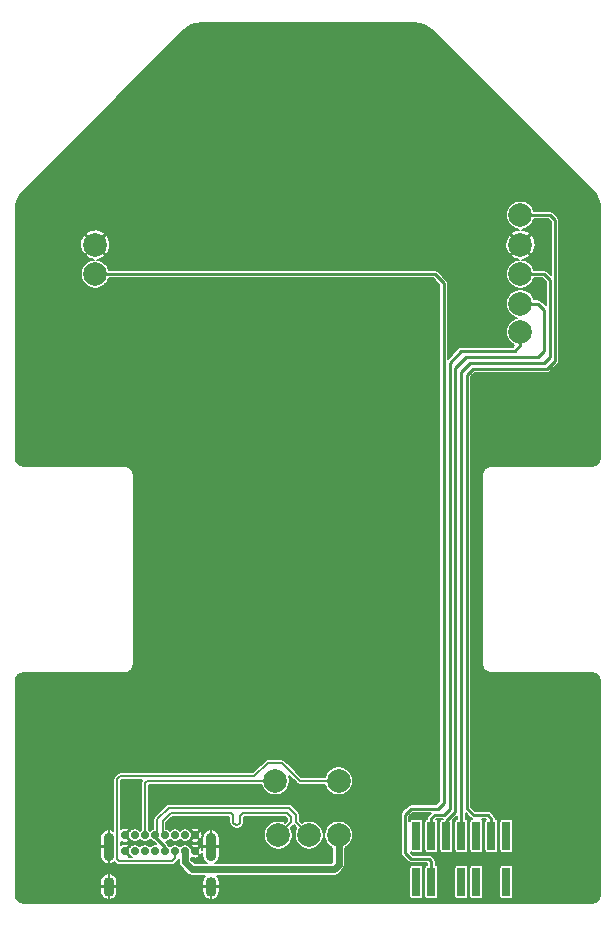
<source format=gbr>
G04 #@! TF.GenerationSoftware,KiCad,Pcbnew,5.1.7-a382d34a8~87~ubuntu18.04.1*
G04 #@! TF.CreationDate,2020-11-02T16:56:13+01:00*
G04 #@! TF.ProjectId,debug_station,64656275-675f-4737-9461-74696f6e2e6b,rev?*
G04 #@! TF.SameCoordinates,Original*
G04 #@! TF.FileFunction,Copper,L1,Top*
G04 #@! TF.FilePolarity,Positive*
%FSLAX46Y46*%
G04 Gerber Fmt 4.6, Leading zero omitted, Abs format (unit mm)*
G04 Created by KiCad (PCBNEW 5.1.7-a382d34a8~87~ubuntu18.04.1) date 2020-11-02 16:56:13*
%MOMM*%
%LPD*%
G01*
G04 APERTURE LIST*
G04 #@! TA.AperFunction,ComponentPad*
%ADD10C,2.000000*%
G04 #@! TD*
G04 #@! TA.AperFunction,SMDPad,CuDef*
%ADD11R,0.740000X2.400000*%
G04 #@! TD*
G04 #@! TA.AperFunction,ComponentPad*
%ADD12O,0.900000X1.700000*%
G04 #@! TD*
G04 #@! TA.AperFunction,ComponentPad*
%ADD13O,0.900000X2.400000*%
G04 #@! TD*
G04 #@! TA.AperFunction,ComponentPad*
%ADD14C,0.700000*%
G04 #@! TD*
G04 #@! TA.AperFunction,ViaPad*
%ADD15C,0.800000*%
G04 #@! TD*
G04 #@! TA.AperFunction,Conductor*
%ADD16C,0.254000*%
G04 #@! TD*
G04 #@! TA.AperFunction,Conductor*
%ADD17C,0.200000*%
G04 #@! TD*
G04 #@! TA.AperFunction,Conductor*
%ADD18C,0.609600*%
G04 #@! TD*
G04 #@! TA.AperFunction,Conductor*
%ADD19C,0.203200*%
G04 #@! TD*
G04 #@! TA.AperFunction,Conductor*
%ADD20C,0.152400*%
G04 #@! TD*
G04 #@! TA.AperFunction,Conductor*
%ADD21C,0.100000*%
G04 #@! TD*
G04 APERTURE END LIST*
D10*
X34500000Y-192000000D03*
X37100000Y-192000000D03*
X55000000Y-139500000D03*
X39600000Y-187400000D03*
X34250000Y-187400000D03*
X39600000Y-192000000D03*
X19000000Y-142000000D03*
X19000000Y-144500000D03*
X55000000Y-142000000D03*
X55000000Y-144500000D03*
X55000000Y-149400000D03*
X55000000Y-147000000D03*
D11*
X53810000Y-192050000D03*
X53810000Y-195950000D03*
X52540000Y-192050000D03*
X52540000Y-195950000D03*
X51270000Y-192050000D03*
X51270000Y-195950000D03*
X50000000Y-192050000D03*
X50000000Y-195950000D03*
X48730000Y-192050000D03*
X48730000Y-195950000D03*
X47460000Y-192050000D03*
X47460000Y-195950000D03*
X46190000Y-192050000D03*
X46190000Y-195950000D03*
D12*
X28800000Y-196360000D03*
X20150000Y-196360000D03*
D13*
X28800000Y-192980000D03*
X20150000Y-192980000D03*
D14*
X24900000Y-193350000D03*
X27450000Y-193350000D03*
X26600000Y-193350000D03*
X25750000Y-193350000D03*
X21500000Y-193350000D03*
X23200000Y-193350000D03*
X24050000Y-193350000D03*
X22350000Y-193350000D03*
X27450000Y-192000000D03*
X26600000Y-192000000D03*
X25750000Y-192000000D03*
X24900000Y-192000000D03*
X24050000Y-192000000D03*
X23200000Y-192000000D03*
X22350000Y-192000000D03*
X21500000Y-192000000D03*
D15*
X19000000Y-142000000D03*
X19000000Y-144500000D03*
D16*
X19000000Y-144500000D02*
X47750000Y-144500000D01*
X47750000Y-144500000D02*
X48500000Y-145250000D01*
X48500000Y-145250000D02*
X48500000Y-189250000D01*
X48500000Y-189250000D02*
X48000000Y-189750000D01*
X48000000Y-189750000D02*
X45750000Y-189750000D01*
X45750000Y-189750000D02*
X45250000Y-190250000D01*
X45250000Y-190250000D02*
X45250000Y-193500000D01*
X45250000Y-193500000D02*
X45750000Y-194000000D01*
X45750000Y-194000000D02*
X47250000Y-194000000D01*
X47460000Y-194210000D02*
X47460000Y-195950000D01*
X47250000Y-194000000D02*
X47460000Y-194210000D01*
X24900000Y-193350000D02*
X24900000Y-193000000D01*
X24050000Y-192150000D02*
X24050000Y-192000000D01*
X24900000Y-193000000D02*
X24050000Y-192150000D01*
D17*
X36025000Y-190925000D02*
X37100000Y-192000000D01*
X36025000Y-190306800D02*
X36025000Y-190925000D01*
X35393200Y-189675000D02*
X36025000Y-190306800D01*
X25206800Y-189675000D02*
X35393200Y-189675000D01*
X24250000Y-191800000D02*
X24250000Y-190631800D01*
X24050000Y-192000000D02*
X24250000Y-191800000D01*
X24250000Y-190631800D02*
X25206800Y-189675000D01*
D18*
X26600000Y-194300000D02*
X27200000Y-194900000D01*
X26600000Y-193350000D02*
X26600000Y-194300000D01*
X39200000Y-194900000D02*
X39600000Y-194500000D01*
X27200000Y-194900000D02*
X39200000Y-194900000D01*
X39600000Y-192000000D02*
X39600000Y-194500000D01*
D19*
X25500000Y-194200000D02*
X25750000Y-193950000D01*
X21000000Y-194200000D02*
X25500000Y-194200000D01*
X20854010Y-194054010D02*
X21000000Y-194200000D01*
X20854010Y-187245990D02*
X20854010Y-194054010D01*
X32481010Y-187018990D02*
X21081010Y-187018990D01*
X25750000Y-193950000D02*
X25750000Y-193350000D01*
X36308002Y-187400000D02*
X35054001Y-186145999D01*
X39600000Y-187400000D02*
X36308002Y-187400000D01*
X35045999Y-186145999D02*
X34800000Y-185900000D01*
X35054001Y-186145999D02*
X35045999Y-186145999D01*
X21081010Y-187018990D02*
X20854010Y-187245990D01*
X34800000Y-185900000D02*
X33600000Y-185900000D01*
X33600000Y-185900000D02*
X32481010Y-187018990D01*
D17*
X35575000Y-190925000D02*
X34500000Y-192000000D01*
X35575000Y-190493200D02*
X35575000Y-190925000D01*
X30682521Y-190891756D02*
X30704709Y-190955165D01*
X30740450Y-191012046D02*
X30787953Y-191059549D01*
X31275000Y-190825000D02*
X31275000Y-190425000D01*
X30704709Y-190955165D02*
X30740450Y-191012046D01*
X30441756Y-190132521D02*
X30505165Y-190154709D01*
X30675000Y-190825000D02*
X30682521Y-190891756D01*
X31444834Y-190154709D02*
X31508243Y-190132521D01*
X31508243Y-190132521D02*
X31575000Y-190125000D01*
X31105165Y-191095290D02*
X31162046Y-191059549D01*
X30645290Y-190294834D02*
X30667478Y-190358243D01*
X31282521Y-190358243D02*
X31304709Y-190294834D01*
X30609549Y-190237953D02*
X30645290Y-190294834D01*
X30908243Y-191117478D02*
X30975000Y-191125000D01*
X31340450Y-190237953D02*
X31387953Y-190190450D01*
X30975000Y-191125000D02*
X31041756Y-191117478D01*
X31041756Y-191117478D02*
X31105165Y-191095290D01*
X31209549Y-191012046D02*
X31245290Y-190955165D01*
X31267478Y-190891756D02*
X31275000Y-190825000D01*
X30505165Y-190154709D02*
X30562046Y-190190450D01*
X24900000Y-192000000D02*
X24700000Y-191800000D01*
X24700000Y-190818200D02*
X25393200Y-190125000D01*
X30562046Y-190190450D02*
X30609549Y-190237953D01*
X30667478Y-190358243D02*
X30675000Y-190425000D01*
X25393200Y-190125000D02*
X30375000Y-190125000D01*
X30787953Y-191059549D02*
X30844834Y-191095290D01*
X31275000Y-190425000D02*
X31282521Y-190358243D01*
X30844834Y-191095290D02*
X30908243Y-191117478D01*
X30675000Y-190425000D02*
X30675000Y-190825000D01*
X31162046Y-191059549D02*
X31209549Y-191012046D01*
X31245290Y-190955165D02*
X31267478Y-190891756D01*
X31304709Y-190294834D02*
X31340450Y-190237953D01*
X31387953Y-190190450D02*
X31444834Y-190154709D01*
X24700000Y-191800000D02*
X24700000Y-190818200D01*
X31575000Y-190125000D02*
X35206800Y-190125000D01*
X30375000Y-190125000D02*
X30441756Y-190132521D01*
X35206800Y-190125000D02*
X35575000Y-190493200D01*
D19*
X24350000Y-187400000D02*
X23400000Y-187400000D01*
X34250000Y-187400000D02*
X23400000Y-187400000D01*
X23200000Y-187600000D02*
X23400000Y-187400000D01*
X23200000Y-192000000D02*
X23200000Y-187600000D01*
D16*
X56500000Y-151500000D02*
X57000000Y-151000000D01*
X57000000Y-151000000D02*
X57000000Y-147500000D01*
X56500000Y-147000000D02*
X55000000Y-147000000D01*
X57000000Y-147500000D02*
X56500000Y-147000000D01*
X50331659Y-151593591D02*
X49500000Y-152425250D01*
X51000000Y-151500000D02*
X56500000Y-151500000D01*
X50425250Y-151500000D02*
X50500000Y-151500000D01*
X49500000Y-152425250D02*
X50425250Y-151500000D01*
X49500000Y-153000000D02*
X49500000Y-152425250D01*
X50500000Y-151500000D02*
X51000000Y-151500000D01*
X49500000Y-153500000D02*
X49500000Y-153750000D01*
X49500000Y-153000000D02*
X49500000Y-153500000D01*
X48730000Y-190770000D02*
X48730000Y-192050000D01*
X49500000Y-153500000D02*
X49500000Y-190000000D01*
X49500000Y-190000000D02*
X48730000Y-190770000D01*
X50000000Y-151000000D02*
X54500000Y-151000000D01*
X47460000Y-192050000D02*
X47460000Y-190540000D01*
X47750000Y-190250000D02*
X48500000Y-190250000D01*
X48500000Y-190250000D02*
X49000000Y-189750000D01*
X49000000Y-189750000D02*
X49000000Y-152000000D01*
X55000000Y-150500000D02*
X55000000Y-149400000D01*
X54500000Y-151000000D02*
X55000000Y-150500000D01*
X47460000Y-190540000D02*
X47750000Y-190250000D01*
X49000000Y-152000000D02*
X50000000Y-151000000D01*
X50000000Y-152750000D02*
X50000000Y-192050000D01*
X55000000Y-144500000D02*
X57000000Y-144500000D01*
X57000000Y-144500000D02*
X57500000Y-145000000D01*
X57000000Y-152000000D02*
X50750000Y-152000000D01*
X57500000Y-145000000D02*
X57500000Y-151500000D01*
X50750000Y-152000000D02*
X50000000Y-152750000D01*
X57500000Y-151500000D02*
X57000000Y-152000000D01*
X57500000Y-139500000D02*
X55000000Y-139500000D01*
X57906410Y-139906410D02*
X57500000Y-139500000D01*
X57906410Y-151843590D02*
X57906410Y-139906410D01*
X52540000Y-192050000D02*
X52540000Y-190596000D01*
X52222000Y-190278000D02*
X51028000Y-190278000D01*
X57250000Y-152500000D02*
X57906410Y-151843590D01*
X51028000Y-190278000D02*
X50500000Y-189750000D01*
X51000000Y-152500000D02*
X57250000Y-152500000D01*
X52540000Y-190596000D02*
X52222000Y-190278000D01*
X50500000Y-153000000D02*
X51000000Y-152500000D01*
X50500000Y-189750000D02*
X50500000Y-153000000D01*
D20*
X46436094Y-123297576D02*
X46855571Y-123424223D01*
X47242469Y-123629941D01*
X47591462Y-123914572D01*
X61079676Y-137402787D01*
X61365715Y-137751017D01*
X61572777Y-138137185D01*
X61700889Y-138556222D01*
X61746400Y-139004270D01*
X61746401Y-157987541D01*
X61746400Y-159987593D01*
X61730991Y-160144742D01*
X61688957Y-160283968D01*
X61620679Y-160412379D01*
X61528760Y-160525083D01*
X61416701Y-160617786D01*
X61288772Y-160686957D01*
X61149840Y-160729963D01*
X60993459Y-160746400D01*
X52487541Y-160746400D01*
X52476600Y-160747477D01*
X52473526Y-160747456D01*
X52470001Y-160747801D01*
X52372953Y-160758001D01*
X52350442Y-160762622D01*
X52327860Y-160766930D01*
X52324470Y-160767953D01*
X52231251Y-160796809D01*
X52210027Y-160805731D01*
X52188749Y-160814328D01*
X52185622Y-160815990D01*
X52099785Y-160862403D01*
X52080738Y-160875250D01*
X52061497Y-160887841D01*
X52058753Y-160890079D01*
X52017991Y-160923800D01*
X52000000Y-160923800D01*
X51985134Y-160925264D01*
X51970840Y-160929600D01*
X51957666Y-160936642D01*
X51946118Y-160946118D01*
X51936642Y-160957666D01*
X51929600Y-160970840D01*
X51925264Y-160985134D01*
X51923800Y-161000000D01*
X51923800Y-161017917D01*
X51887014Y-161063020D01*
X51874284Y-161082181D01*
X51861307Y-161101133D01*
X51859623Y-161104247D01*
X51813811Y-161190408D01*
X51805050Y-161211664D01*
X51795998Y-161232783D01*
X51794951Y-161236165D01*
X51766746Y-161329583D01*
X51762277Y-161352155D01*
X51757503Y-161374615D01*
X51757132Y-161378137D01*
X51747689Y-161474452D01*
X51746400Y-161487542D01*
X51746401Y-177512459D01*
X51747478Y-177523390D01*
X51747456Y-177526475D01*
X51747801Y-177529999D01*
X51758001Y-177627047D01*
X51762625Y-177649571D01*
X51766930Y-177672140D01*
X51767953Y-177675530D01*
X51796809Y-177768749D01*
X51805736Y-177789985D01*
X51814328Y-177811251D01*
X51815990Y-177814377D01*
X51862403Y-177900215D01*
X51875234Y-177919238D01*
X51887841Y-177938503D01*
X51890079Y-177941247D01*
X51923800Y-177982009D01*
X51923800Y-178000000D01*
X51925264Y-178014866D01*
X51929600Y-178029160D01*
X51936642Y-178042334D01*
X51946118Y-178053882D01*
X51957666Y-178063358D01*
X51970840Y-178070400D01*
X51985134Y-178074736D01*
X52000000Y-178076200D01*
X52017917Y-178076200D01*
X52063020Y-178112986D01*
X52082163Y-178125704D01*
X52101132Y-178138693D01*
X52104247Y-178140377D01*
X52190408Y-178186189D01*
X52211668Y-178194951D01*
X52232783Y-178204001D01*
X52236165Y-178205049D01*
X52329583Y-178233254D01*
X52352155Y-178237723D01*
X52374615Y-178242497D01*
X52378137Y-178242868D01*
X52475254Y-178252390D01*
X52475255Y-178252390D01*
X52487541Y-178253600D01*
X60987593Y-178253600D01*
X61144744Y-178269009D01*
X61283964Y-178311042D01*
X61412378Y-178379320D01*
X61525083Y-178471240D01*
X61617786Y-178583299D01*
X61686957Y-178711228D01*
X61729963Y-178850160D01*
X61746400Y-179006541D01*
X61746401Y-182987532D01*
X61746400Y-182987542D01*
X61746401Y-196987583D01*
X61730991Y-197144742D01*
X61688957Y-197283968D01*
X61620679Y-197412379D01*
X61528760Y-197525083D01*
X61416701Y-197617786D01*
X61288772Y-197686957D01*
X61149840Y-197729963D01*
X60993459Y-197746400D01*
X13012407Y-197746400D01*
X12855258Y-197730991D01*
X12716032Y-197688957D01*
X12587621Y-197620679D01*
X12474917Y-197528760D01*
X12382214Y-197416701D01*
X12313043Y-197288772D01*
X12270037Y-197149840D01*
X12253600Y-196993459D01*
X12253600Y-196385400D01*
X19420600Y-196385400D01*
X19420600Y-196785400D01*
X19439571Y-196927211D01*
X19485843Y-197062596D01*
X19557638Y-197186352D01*
X19652197Y-197293724D01*
X19765887Y-197380585D01*
X19894338Y-197443597D01*
X20010879Y-197476010D01*
X20124600Y-197419061D01*
X20124600Y-196385400D01*
X20175400Y-196385400D01*
X20175400Y-197419061D01*
X20289121Y-197476010D01*
X20405662Y-197443597D01*
X20534113Y-197380585D01*
X20647803Y-197293724D01*
X20742362Y-197186352D01*
X20814157Y-197062596D01*
X20860429Y-196927211D01*
X20879400Y-196785400D01*
X20879400Y-196385400D01*
X28070600Y-196385400D01*
X28070600Y-196785400D01*
X28089571Y-196927211D01*
X28135843Y-197062596D01*
X28207638Y-197186352D01*
X28302197Y-197293724D01*
X28415887Y-197380585D01*
X28544338Y-197443597D01*
X28660879Y-197476010D01*
X28774600Y-197419061D01*
X28774600Y-196385400D01*
X28825400Y-196385400D01*
X28825400Y-197419061D01*
X28939121Y-197476010D01*
X29055662Y-197443597D01*
X29184113Y-197380585D01*
X29297803Y-197293724D01*
X29392362Y-197186352D01*
X29464157Y-197062596D01*
X29510429Y-196927211D01*
X29529400Y-196785400D01*
X29529400Y-196385400D01*
X28825400Y-196385400D01*
X28774600Y-196385400D01*
X28070600Y-196385400D01*
X20879400Y-196385400D01*
X20175400Y-196385400D01*
X20124600Y-196385400D01*
X19420600Y-196385400D01*
X12253600Y-196385400D01*
X12253600Y-195934600D01*
X19420600Y-195934600D01*
X19420600Y-196334600D01*
X20124600Y-196334600D01*
X20124600Y-195300939D01*
X20175400Y-195300939D01*
X20175400Y-196334600D01*
X20879400Y-196334600D01*
X20879400Y-195934600D01*
X20860429Y-195792789D01*
X20814157Y-195657404D01*
X20742362Y-195533648D01*
X20647803Y-195426276D01*
X20534113Y-195339415D01*
X20405662Y-195276403D01*
X20289121Y-195243990D01*
X20175400Y-195300939D01*
X20124600Y-195300939D01*
X20010879Y-195243990D01*
X19894338Y-195276403D01*
X19765887Y-195339415D01*
X19652197Y-195426276D01*
X19557638Y-195533648D01*
X19485843Y-195657404D01*
X19439571Y-195792789D01*
X19420600Y-195934600D01*
X12253600Y-195934600D01*
X12253600Y-193005400D01*
X19420600Y-193005400D01*
X19420600Y-193755400D01*
X19439571Y-193897211D01*
X19485843Y-194032596D01*
X19557638Y-194156352D01*
X19652197Y-194263724D01*
X19765887Y-194350585D01*
X19894338Y-194413597D01*
X20010879Y-194446010D01*
X20124600Y-194389061D01*
X20124600Y-193005400D01*
X19420600Y-193005400D01*
X12253600Y-193005400D01*
X12253600Y-192204600D01*
X19420600Y-192204600D01*
X19420600Y-192954600D01*
X20124600Y-192954600D01*
X20124600Y-191570939D01*
X20175400Y-191570939D01*
X20175400Y-192954600D01*
X20195400Y-192954600D01*
X20195400Y-193005400D01*
X20175400Y-193005400D01*
X20175400Y-194389061D01*
X20289121Y-194446010D01*
X20405662Y-194413597D01*
X20534113Y-194350585D01*
X20617782Y-194286661D01*
X20619395Y-194288626D01*
X20631993Y-194298965D01*
X20755041Y-194422013D01*
X20765384Y-194434616D01*
X20815663Y-194475879D01*
X20873027Y-194506540D01*
X20935270Y-194525422D01*
X20983785Y-194530200D01*
X20983786Y-194530200D01*
X20999999Y-194531797D01*
X21016212Y-194530200D01*
X25483787Y-194530200D01*
X25500000Y-194531797D01*
X25516213Y-194530200D01*
X25516215Y-194530200D01*
X25564730Y-194525422D01*
X25626973Y-194506540D01*
X25684337Y-194475879D01*
X25734616Y-194434616D01*
X25744958Y-194422014D01*
X25972024Y-194194950D01*
X25984616Y-194184616D01*
X26025879Y-194134337D01*
X26056540Y-194076973D01*
X26066601Y-194043809D01*
X26066601Y-194273804D01*
X26064021Y-194300000D01*
X26074319Y-194404564D01*
X26104819Y-194505110D01*
X26134401Y-194560454D01*
X26154350Y-194597775D01*
X26174545Y-194622382D01*
X26204307Y-194658648D01*
X26204310Y-194658651D01*
X26221006Y-194678995D01*
X26241350Y-194695691D01*
X26804309Y-195258651D01*
X26821005Y-195278995D01*
X26841349Y-195295691D01*
X26841351Y-195295693D01*
X26894626Y-195339415D01*
X26902225Y-195345651D01*
X26994889Y-195395181D01*
X27095435Y-195425681D01*
X27173805Y-195433400D01*
X27173812Y-195433400D01*
X27199999Y-195435979D01*
X27226186Y-195433400D01*
X28295923Y-195433400D01*
X28207638Y-195533648D01*
X28135843Y-195657404D01*
X28089571Y-195792789D01*
X28070600Y-195934600D01*
X28070600Y-196334600D01*
X28774600Y-196334600D01*
X28774600Y-196314600D01*
X28825400Y-196314600D01*
X28825400Y-196334600D01*
X29529400Y-196334600D01*
X29529400Y-195934600D01*
X29510429Y-195792789D01*
X29464157Y-195657404D01*
X29392362Y-195533648D01*
X29304077Y-195433400D01*
X39173813Y-195433400D01*
X39200000Y-195435979D01*
X39226187Y-195433400D01*
X39226195Y-195433400D01*
X39304565Y-195425681D01*
X39405111Y-195395181D01*
X39497775Y-195345651D01*
X39578995Y-195278995D01*
X39595695Y-195258646D01*
X39958650Y-194895691D01*
X39978995Y-194878995D01*
X40045651Y-194797775D01*
X40071187Y-194750000D01*
X45590294Y-194750000D01*
X45590294Y-197150000D01*
X45594708Y-197194813D01*
X45607779Y-197237905D01*
X45629006Y-197277618D01*
X45657573Y-197312427D01*
X45692382Y-197340994D01*
X45732095Y-197362221D01*
X45775187Y-197375292D01*
X45820000Y-197379706D01*
X46560000Y-197379706D01*
X46604813Y-197375292D01*
X46647905Y-197362221D01*
X46687618Y-197340994D01*
X46722427Y-197312427D01*
X46750994Y-197277618D01*
X46772221Y-197237905D01*
X46785292Y-197194813D01*
X46789706Y-197150000D01*
X46789706Y-194750000D01*
X46785292Y-194705187D01*
X46772221Y-194662095D01*
X46750994Y-194622382D01*
X46722427Y-194587573D01*
X46687618Y-194559006D01*
X46647905Y-194537779D01*
X46604813Y-194524708D01*
X46560000Y-194520294D01*
X45820000Y-194520294D01*
X45775187Y-194524708D01*
X45732095Y-194537779D01*
X45692382Y-194559006D01*
X45657573Y-194587573D01*
X45629006Y-194622382D01*
X45607779Y-194662095D01*
X45594708Y-194705187D01*
X45590294Y-194750000D01*
X40071187Y-194750000D01*
X40095181Y-194705111D01*
X40125681Y-194604565D01*
X40133400Y-194526195D01*
X40133400Y-194526188D01*
X40135979Y-194500001D01*
X40133400Y-194473814D01*
X40133400Y-193108885D01*
X40181960Y-193088771D01*
X40383187Y-192954316D01*
X40554316Y-192783187D01*
X40688771Y-192581960D01*
X40781386Y-192358369D01*
X40828600Y-192121007D01*
X40828600Y-191878993D01*
X40781386Y-191641631D01*
X40688771Y-191418040D01*
X40554316Y-191216813D01*
X40383187Y-191045684D01*
X40181960Y-190911229D01*
X39958369Y-190818614D01*
X39721007Y-190771400D01*
X39478993Y-190771400D01*
X39241631Y-190818614D01*
X39018040Y-190911229D01*
X38816813Y-191045684D01*
X38645684Y-191216813D01*
X38511229Y-191418040D01*
X38418614Y-191641631D01*
X38371400Y-191878993D01*
X38371400Y-192121007D01*
X38418614Y-192358369D01*
X38511229Y-192581960D01*
X38645684Y-192783187D01*
X38816813Y-192954316D01*
X39018040Y-193088771D01*
X39066600Y-193108886D01*
X39066601Y-194279057D01*
X38979059Y-194366600D01*
X29151466Y-194366600D01*
X29184113Y-194350585D01*
X29297803Y-194263724D01*
X29392362Y-194156352D01*
X29464157Y-194032596D01*
X29510429Y-193897211D01*
X29529400Y-193755400D01*
X29529400Y-193005400D01*
X28825400Y-193005400D01*
X28825400Y-193025400D01*
X28774600Y-193025400D01*
X28774600Y-193005400D01*
X28070600Y-193005400D01*
X28070600Y-193230270D01*
X28070181Y-193226055D01*
X28034084Y-193107446D01*
X27976176Y-192999107D01*
X27865369Y-192970552D01*
X27485921Y-193350000D01*
X27865369Y-193729448D01*
X27976176Y-193700893D01*
X28034521Y-193591498D01*
X28070404Y-193472823D01*
X28070600Y-193470814D01*
X28070600Y-193755400D01*
X28089571Y-193897211D01*
X28135843Y-194032596D01*
X28207638Y-194156352D01*
X28302197Y-194263724D01*
X28415887Y-194350585D01*
X28448534Y-194366600D01*
X27420942Y-194366600D01*
X27133400Y-194079059D01*
X27133400Y-193894466D01*
X27208502Y-193934521D01*
X27327177Y-193970404D01*
X27450571Y-193982445D01*
X27573945Y-193970181D01*
X27692554Y-193934084D01*
X27800893Y-193876176D01*
X27829448Y-193765369D01*
X27450000Y-193385921D01*
X27435858Y-193400064D01*
X27399937Y-193364143D01*
X27414079Y-193350000D01*
X27057855Y-192993776D01*
X27049428Y-192981164D01*
X27002895Y-192934631D01*
X27070552Y-192934631D01*
X27450000Y-193314079D01*
X27829448Y-192934631D01*
X27800893Y-192823824D01*
X27691498Y-192765479D01*
X27572823Y-192729596D01*
X27449429Y-192717555D01*
X27326055Y-192729819D01*
X27207446Y-192765916D01*
X27099107Y-192823824D01*
X27070552Y-192934631D01*
X27002895Y-192934631D01*
X26968836Y-192900572D01*
X26874070Y-192837251D01*
X26768772Y-192793635D01*
X26656987Y-192771400D01*
X26543013Y-192771400D01*
X26431228Y-192793635D01*
X26325930Y-192837251D01*
X26231164Y-192900572D01*
X26175000Y-192956736D01*
X26118836Y-192900572D01*
X26024070Y-192837251D01*
X25918772Y-192793635D01*
X25806987Y-192771400D01*
X25693013Y-192771400D01*
X25581228Y-192793635D01*
X25475930Y-192837251D01*
X25381164Y-192900572D01*
X25325000Y-192956736D01*
X25268836Y-192900572D01*
X25234475Y-192877612D01*
X25230121Y-192863260D01*
X25197101Y-192801484D01*
X25152663Y-192747337D01*
X25139100Y-192736206D01*
X24977428Y-192574534D01*
X25068772Y-192556365D01*
X25174070Y-192512749D01*
X25268836Y-192449428D01*
X25325000Y-192393264D01*
X25381164Y-192449428D01*
X25475930Y-192512749D01*
X25581228Y-192556365D01*
X25693013Y-192578600D01*
X25806987Y-192578600D01*
X25918772Y-192556365D01*
X26024070Y-192512749D01*
X26118836Y-192449428D01*
X26175000Y-192393264D01*
X26231164Y-192449428D01*
X26325930Y-192512749D01*
X26431228Y-192556365D01*
X26543013Y-192578600D01*
X26656987Y-192578600D01*
X26768772Y-192556365D01*
X26874070Y-192512749D01*
X26968836Y-192449428D01*
X27002895Y-192415369D01*
X27070552Y-192415369D01*
X27099107Y-192526176D01*
X27208502Y-192584521D01*
X27327177Y-192620404D01*
X27450571Y-192632445D01*
X27573945Y-192620181D01*
X27692554Y-192584084D01*
X27800893Y-192526176D01*
X27829448Y-192415369D01*
X27450000Y-192035921D01*
X27070552Y-192415369D01*
X27002895Y-192415369D01*
X27049428Y-192368836D01*
X27057855Y-192356224D01*
X27414079Y-192000000D01*
X27485921Y-192000000D01*
X27865369Y-192379448D01*
X27976176Y-192350893D01*
X28034521Y-192241498D01*
X28045677Y-192204600D01*
X28070600Y-192204600D01*
X28070600Y-192954600D01*
X28774600Y-192954600D01*
X28774600Y-191570939D01*
X28825400Y-191570939D01*
X28825400Y-192954600D01*
X29529400Y-192954600D01*
X29529400Y-192204600D01*
X29510429Y-192062789D01*
X29464157Y-191927404D01*
X29392362Y-191803648D01*
X29297803Y-191696276D01*
X29184113Y-191609415D01*
X29055662Y-191546403D01*
X28939121Y-191513990D01*
X28825400Y-191570939D01*
X28774600Y-191570939D01*
X28660879Y-191513990D01*
X28544338Y-191546403D01*
X28415887Y-191609415D01*
X28302197Y-191696276D01*
X28207638Y-191803648D01*
X28135843Y-191927404D01*
X28089571Y-192062789D01*
X28070600Y-192204600D01*
X28045677Y-192204600D01*
X28070404Y-192122823D01*
X28082445Y-191999429D01*
X28070181Y-191876055D01*
X28034084Y-191757446D01*
X27976176Y-191649107D01*
X27865369Y-191620552D01*
X27485921Y-192000000D01*
X27414079Y-192000000D01*
X27057855Y-191643776D01*
X27049428Y-191631164D01*
X27002895Y-191584631D01*
X27070552Y-191584631D01*
X27450000Y-191964079D01*
X27829448Y-191584631D01*
X27800893Y-191473824D01*
X27691498Y-191415479D01*
X27572823Y-191379596D01*
X27449429Y-191367555D01*
X27326055Y-191379819D01*
X27207446Y-191415916D01*
X27099107Y-191473824D01*
X27070552Y-191584631D01*
X27002895Y-191584631D01*
X26968836Y-191550572D01*
X26874070Y-191487251D01*
X26768772Y-191443635D01*
X26656987Y-191421400D01*
X26543013Y-191421400D01*
X26431228Y-191443635D01*
X26325930Y-191487251D01*
X26231164Y-191550572D01*
X26175000Y-191606736D01*
X26118836Y-191550572D01*
X26024070Y-191487251D01*
X25918772Y-191443635D01*
X25806987Y-191421400D01*
X25693013Y-191421400D01*
X25581228Y-191443635D01*
X25475930Y-191487251D01*
X25381164Y-191550572D01*
X25325000Y-191606736D01*
X25268836Y-191550572D01*
X25174070Y-191487251D01*
X25068772Y-191443635D01*
X25028600Y-191435644D01*
X25028600Y-190954310D01*
X25529311Y-190453600D01*
X30346400Y-190453600D01*
X30346400Y-190794967D01*
X30345980Y-190797245D01*
X30346400Y-190827207D01*
X30346400Y-190841135D01*
X30346628Y-190843446D01*
X30346660Y-190845755D01*
X30348209Y-190859503D01*
X30351155Y-190889417D01*
X30351830Y-190891642D01*
X30354698Y-190917096D01*
X30355574Y-190937914D01*
X30362130Y-190964887D01*
X30367924Y-190992023D01*
X30376166Y-191011156D01*
X30390747Y-191052827D01*
X30396231Y-191072918D01*
X30408621Y-191097750D01*
X30420314Y-191122927D01*
X30432606Y-191139746D01*
X30456088Y-191177117D01*
X30465908Y-191195489D01*
X30483521Y-191216950D01*
X30500516Y-191238886D01*
X30516238Y-191252544D01*
X30547455Y-191283761D01*
X30561113Y-191299483D01*
X30583049Y-191316478D01*
X30604510Y-191334091D01*
X30622880Y-191343910D01*
X30660253Y-191367393D01*
X30677072Y-191379685D01*
X30702249Y-191391378D01*
X30727081Y-191403768D01*
X30747173Y-191409253D01*
X30788841Y-191423833D01*
X30807971Y-191432073D01*
X30835115Y-191437870D01*
X30862084Y-191444425D01*
X30882892Y-191445301D01*
X30926764Y-191450244D01*
X30947250Y-191454021D01*
X30975000Y-191453631D01*
X31002750Y-191454021D01*
X31023233Y-191450244D01*
X31067107Y-191445301D01*
X31087914Y-191444425D01*
X31114880Y-191437870D01*
X31142028Y-191432073D01*
X31161158Y-191423833D01*
X31202827Y-191409252D01*
X31222918Y-191403768D01*
X31247750Y-191391378D01*
X31272927Y-191379685D01*
X31289746Y-191367393D01*
X31327117Y-191343911D01*
X31345489Y-191334091D01*
X31366950Y-191316478D01*
X31388886Y-191299483D01*
X31402544Y-191283761D01*
X31433761Y-191252544D01*
X31449483Y-191238886D01*
X31466478Y-191216950D01*
X31484091Y-191195489D01*
X31493910Y-191177119D01*
X31517393Y-191139746D01*
X31529685Y-191122927D01*
X31541378Y-191097750D01*
X31553768Y-191072918D01*
X31559253Y-191052826D01*
X31573833Y-191011158D01*
X31582073Y-190992028D01*
X31587866Y-190964899D01*
X31594425Y-190937915D01*
X31595301Y-190917098D01*
X31598170Y-190891643D01*
X31598845Y-190889417D01*
X31601788Y-190859531D01*
X31603340Y-190845761D01*
X31603373Y-190843445D01*
X31603600Y-190841135D01*
X31603600Y-190827240D01*
X31604021Y-190797250D01*
X31603600Y-190794967D01*
X31603600Y-190453600D01*
X35070690Y-190453600D01*
X35246400Y-190629311D01*
X35246400Y-190788890D01*
X35107198Y-190928092D01*
X35081960Y-190911229D01*
X34858369Y-190818614D01*
X34621007Y-190771400D01*
X34378993Y-190771400D01*
X34141631Y-190818614D01*
X33918040Y-190911229D01*
X33716813Y-191045684D01*
X33545684Y-191216813D01*
X33411229Y-191418040D01*
X33318614Y-191641631D01*
X33271400Y-191878993D01*
X33271400Y-192121007D01*
X33318614Y-192358369D01*
X33411229Y-192581960D01*
X33545684Y-192783187D01*
X33716813Y-192954316D01*
X33918040Y-193088771D01*
X34141631Y-193181386D01*
X34378993Y-193228600D01*
X34621007Y-193228600D01*
X34858369Y-193181386D01*
X35081960Y-193088771D01*
X35283187Y-192954316D01*
X35454316Y-192783187D01*
X35588771Y-192581960D01*
X35681386Y-192358369D01*
X35728600Y-192121007D01*
X35728600Y-191878993D01*
X35681386Y-191641631D01*
X35588771Y-191418040D01*
X35571908Y-191392802D01*
X35795944Y-191168766D01*
X35800001Y-191165437D01*
X35804052Y-191168762D01*
X36028092Y-191392802D01*
X36011229Y-191418040D01*
X35918614Y-191641631D01*
X35871400Y-191878993D01*
X35871400Y-192121007D01*
X35918614Y-192358369D01*
X36011229Y-192581960D01*
X36145684Y-192783187D01*
X36316813Y-192954316D01*
X36518040Y-193088771D01*
X36741631Y-193181386D01*
X36978993Y-193228600D01*
X37221007Y-193228600D01*
X37458369Y-193181386D01*
X37681960Y-193088771D01*
X37883187Y-192954316D01*
X38054316Y-192783187D01*
X38188771Y-192581960D01*
X38281386Y-192358369D01*
X38328600Y-192121007D01*
X38328600Y-191878993D01*
X38281386Y-191641631D01*
X38188771Y-191418040D01*
X38054316Y-191216813D01*
X37883187Y-191045684D01*
X37681960Y-190911229D01*
X37458369Y-190818614D01*
X37221007Y-190771400D01*
X36978993Y-190771400D01*
X36741631Y-190818614D01*
X36518040Y-190911229D01*
X36492802Y-190928092D01*
X36353600Y-190788890D01*
X36353600Y-190322931D01*
X36355189Y-190306799D01*
X36353272Y-190287337D01*
X36348845Y-190242383D01*
X36330055Y-190180442D01*
X36310170Y-190143241D01*
X36299542Y-190123356D01*
X36268764Y-190085853D01*
X36268762Y-190085851D01*
X36258479Y-190073321D01*
X36245950Y-190063039D01*
X35636966Y-189454056D01*
X35626679Y-189441521D01*
X35576643Y-189400458D01*
X35519558Y-189369945D01*
X35457617Y-189351155D01*
X35409335Y-189346400D01*
X35409332Y-189346400D01*
X35393200Y-189344811D01*
X35377068Y-189346400D01*
X25222932Y-189346400D01*
X25206800Y-189344811D01*
X25190668Y-189346400D01*
X25190665Y-189346400D01*
X25142383Y-189351155D01*
X25080442Y-189369945D01*
X25023357Y-189400457D01*
X24999692Y-189419879D01*
X24973321Y-189441521D01*
X24963034Y-189454056D01*
X24029052Y-190388038D01*
X24016522Y-190398321D01*
X24006239Y-190410851D01*
X24006236Y-190410854D01*
X23975458Y-190448357D01*
X23944945Y-190505443D01*
X23933550Y-190543008D01*
X23929370Y-190556790D01*
X23926156Y-190567384D01*
X23919811Y-190631800D01*
X23921401Y-190647942D01*
X23921400Y-191435644D01*
X23881228Y-191443635D01*
X23775930Y-191487251D01*
X23681164Y-191550572D01*
X23625000Y-191606736D01*
X23568836Y-191550572D01*
X23530200Y-191524756D01*
X23530200Y-187736772D01*
X23536772Y-187730200D01*
X33063011Y-187730200D01*
X33068614Y-187758369D01*
X33161229Y-187981960D01*
X33295684Y-188183187D01*
X33466813Y-188354316D01*
X33668040Y-188488771D01*
X33891631Y-188581386D01*
X34128993Y-188628600D01*
X34371007Y-188628600D01*
X34608369Y-188581386D01*
X34831960Y-188488771D01*
X35033187Y-188354316D01*
X35204316Y-188183187D01*
X35338771Y-187981960D01*
X35431386Y-187758369D01*
X35478600Y-187521007D01*
X35478600Y-187278993D01*
X35431386Y-187041631D01*
X35395129Y-186954100D01*
X36063052Y-187622024D01*
X36073386Y-187634616D01*
X36123665Y-187675879D01*
X36181029Y-187706540D01*
X36243272Y-187725422D01*
X36291787Y-187730200D01*
X36291796Y-187730200D01*
X36308001Y-187731796D01*
X36324206Y-187730200D01*
X38413011Y-187730200D01*
X38418614Y-187758369D01*
X38511229Y-187981960D01*
X38645684Y-188183187D01*
X38816813Y-188354316D01*
X39018040Y-188488771D01*
X39241631Y-188581386D01*
X39478993Y-188628600D01*
X39721007Y-188628600D01*
X39958369Y-188581386D01*
X40181960Y-188488771D01*
X40383187Y-188354316D01*
X40554316Y-188183187D01*
X40688771Y-187981960D01*
X40781386Y-187758369D01*
X40828600Y-187521007D01*
X40828600Y-187278993D01*
X40781386Y-187041631D01*
X40688771Y-186818040D01*
X40554316Y-186616813D01*
X40383187Y-186445684D01*
X40181960Y-186311229D01*
X39958369Y-186218614D01*
X39721007Y-186171400D01*
X39478993Y-186171400D01*
X39241631Y-186218614D01*
X39018040Y-186311229D01*
X38816813Y-186445684D01*
X38645684Y-186616813D01*
X38511229Y-186818040D01*
X38418614Y-187041631D01*
X38413011Y-187069800D01*
X36444776Y-187069800D01*
X35298960Y-185923986D01*
X35288617Y-185911383D01*
X35238338Y-185870120D01*
X35235665Y-185868691D01*
X35044958Y-185677986D01*
X35034616Y-185665384D01*
X34984337Y-185624121D01*
X34926973Y-185593460D01*
X34864730Y-185574578D01*
X34816215Y-185569800D01*
X34816213Y-185569800D01*
X34800000Y-185568203D01*
X34783787Y-185569800D01*
X33616213Y-185569800D01*
X33600000Y-185568203D01*
X33583787Y-185569800D01*
X33583785Y-185569800D01*
X33535270Y-185574578D01*
X33473027Y-185593460D01*
X33415663Y-185624121D01*
X33365384Y-185665384D01*
X33355045Y-185677982D01*
X32344238Y-186688790D01*
X21097214Y-186688790D01*
X21081009Y-186687194D01*
X21064804Y-186688790D01*
X21064795Y-186688790D01*
X21016280Y-186693568D01*
X20954037Y-186712450D01*
X20896673Y-186743111D01*
X20846394Y-186784374D01*
X20836059Y-186796967D01*
X20631996Y-187001032D01*
X20619394Y-187011374D01*
X20594563Y-187041631D01*
X20578131Y-187061653D01*
X20573777Y-187069800D01*
X20547470Y-187119018D01*
X20528588Y-187181261D01*
X20526415Y-187203327D01*
X20522213Y-187245990D01*
X20523810Y-187262203D01*
X20523811Y-191604361D01*
X20405662Y-191546403D01*
X20289121Y-191513990D01*
X20175400Y-191570939D01*
X20124600Y-191570939D01*
X20010879Y-191513990D01*
X19894338Y-191546403D01*
X19765887Y-191609415D01*
X19652197Y-191696276D01*
X19557638Y-191803648D01*
X19485843Y-191927404D01*
X19439571Y-192062789D01*
X19420600Y-192204600D01*
X12253600Y-192204600D01*
X12253600Y-179012407D01*
X12269009Y-178855256D01*
X12311042Y-178716036D01*
X12379320Y-178587622D01*
X12471240Y-178474917D01*
X12583299Y-178382214D01*
X12711228Y-178313043D01*
X12850160Y-178270037D01*
X13006541Y-178253600D01*
X21512459Y-178253600D01*
X21523400Y-178252523D01*
X21526475Y-178252544D01*
X21529999Y-178252199D01*
X21627047Y-178241999D01*
X21649571Y-178237375D01*
X21672140Y-178233070D01*
X21675530Y-178232047D01*
X21768749Y-178203191D01*
X21789985Y-178194264D01*
X21811251Y-178185672D01*
X21814372Y-178184013D01*
X21814376Y-178184011D01*
X21814379Y-178184009D01*
X21900215Y-178137597D01*
X21919238Y-178124766D01*
X21938503Y-178112159D01*
X21941247Y-178109921D01*
X21982009Y-178076200D01*
X22000000Y-178076200D01*
X22014866Y-178074736D01*
X22029160Y-178070400D01*
X22042334Y-178063358D01*
X22053882Y-178053882D01*
X22063358Y-178042334D01*
X22070400Y-178029160D01*
X22074736Y-178014866D01*
X22076200Y-178000000D01*
X22076200Y-177982083D01*
X22112986Y-177936980D01*
X22125704Y-177917837D01*
X22138693Y-177898868D01*
X22140377Y-177895753D01*
X22186189Y-177809592D01*
X22194951Y-177788332D01*
X22204001Y-177767217D01*
X22205049Y-177763835D01*
X22233254Y-177670417D01*
X22237723Y-177647845D01*
X22242497Y-177625385D01*
X22242868Y-177621863D01*
X22252390Y-177524746D01*
X22252390Y-177524745D01*
X22253600Y-177512459D01*
X22253600Y-161487541D01*
X22252523Y-161476600D01*
X22252544Y-161473526D01*
X22252199Y-161470001D01*
X22241999Y-161372953D01*
X22237378Y-161350442D01*
X22233070Y-161327860D01*
X22232047Y-161324470D01*
X22203191Y-161231251D01*
X22194269Y-161210027D01*
X22185672Y-161188749D01*
X22184010Y-161185622D01*
X22137597Y-161099785D01*
X22124750Y-161080738D01*
X22112159Y-161061497D01*
X22109921Y-161058753D01*
X22076200Y-161017991D01*
X22076200Y-161000000D01*
X22074736Y-160985134D01*
X22070400Y-160970840D01*
X22063358Y-160957666D01*
X22053882Y-160946118D01*
X22042334Y-160936642D01*
X22029160Y-160929600D01*
X22014866Y-160925264D01*
X22000000Y-160923800D01*
X21982083Y-160923800D01*
X21936980Y-160887014D01*
X21917819Y-160874284D01*
X21898867Y-160861307D01*
X21895753Y-160859623D01*
X21809592Y-160813811D01*
X21788336Y-160805050D01*
X21767217Y-160795998D01*
X21763835Y-160794951D01*
X21670417Y-160766746D01*
X21647845Y-160762277D01*
X21625385Y-160757503D01*
X21621863Y-160757132D01*
X21524746Y-160747610D01*
X21524745Y-160747610D01*
X21512459Y-160746400D01*
X13012407Y-160746400D01*
X12855258Y-160730991D01*
X12716032Y-160688957D01*
X12587621Y-160620679D01*
X12474917Y-160528760D01*
X12382214Y-160416701D01*
X12313043Y-160288772D01*
X12270037Y-160149840D01*
X12253600Y-159993459D01*
X12253600Y-157999940D01*
X12271613Y-144378993D01*
X17771400Y-144378993D01*
X17771400Y-144621007D01*
X17818614Y-144858369D01*
X17911229Y-145081960D01*
X18045684Y-145283187D01*
X18216813Y-145454316D01*
X18418040Y-145588771D01*
X18641631Y-145681386D01*
X18878993Y-145728600D01*
X19121007Y-145728600D01*
X19358369Y-145681386D01*
X19581960Y-145588771D01*
X19783187Y-145454316D01*
X19954316Y-145283187D01*
X20088771Y-145081960D01*
X20181386Y-144858369D01*
X20181937Y-144855600D01*
X47602707Y-144855600D01*
X48144400Y-145397295D01*
X48144401Y-189102705D01*
X47852707Y-189394400D01*
X45767455Y-189394400D01*
X45750000Y-189392681D01*
X45732545Y-189394400D01*
X45732537Y-189394400D01*
X45680290Y-189399546D01*
X45613260Y-189419879D01*
X45551484Y-189452899D01*
X45497337Y-189497337D01*
X45486206Y-189510901D01*
X45010902Y-189986205D01*
X44997337Y-189997338D01*
X44952899Y-190051485D01*
X44919879Y-190113261D01*
X44915690Y-190127072D01*
X44900520Y-190177081D01*
X44899546Y-190180291D01*
X44894400Y-190232538D01*
X44894400Y-190232545D01*
X44892681Y-190250000D01*
X44894400Y-190267456D01*
X44894401Y-193482535D01*
X44892681Y-193500000D01*
X44899546Y-193569710D01*
X44919880Y-193636741D01*
X44923472Y-193643461D01*
X44952900Y-193698516D01*
X44997338Y-193752663D01*
X45010901Y-193763794D01*
X45486204Y-194239098D01*
X45497337Y-194252663D01*
X45551484Y-194297101D01*
X45613260Y-194330121D01*
X45680290Y-194350454D01*
X45732537Y-194355600D01*
X45732545Y-194355600D01*
X45750000Y-194357319D01*
X45767455Y-194355600D01*
X47102707Y-194355600D01*
X47104400Y-194357293D01*
X47104400Y-194520294D01*
X47090000Y-194520294D01*
X47045187Y-194524708D01*
X47002095Y-194537779D01*
X46962382Y-194559006D01*
X46927573Y-194587573D01*
X46899006Y-194622382D01*
X46877779Y-194662095D01*
X46864708Y-194705187D01*
X46860294Y-194750000D01*
X46860294Y-197150000D01*
X46864708Y-197194813D01*
X46877779Y-197237905D01*
X46899006Y-197277618D01*
X46927573Y-197312427D01*
X46962382Y-197340994D01*
X47002095Y-197362221D01*
X47045187Y-197375292D01*
X47090000Y-197379706D01*
X47830000Y-197379706D01*
X47874813Y-197375292D01*
X47917905Y-197362221D01*
X47957618Y-197340994D01*
X47992427Y-197312427D01*
X48020994Y-197277618D01*
X48042221Y-197237905D01*
X48055292Y-197194813D01*
X48059706Y-197150000D01*
X48059706Y-194750000D01*
X49400294Y-194750000D01*
X49400294Y-197150000D01*
X49404708Y-197194813D01*
X49417779Y-197237905D01*
X49439006Y-197277618D01*
X49467573Y-197312427D01*
X49502382Y-197340994D01*
X49542095Y-197362221D01*
X49585187Y-197375292D01*
X49630000Y-197379706D01*
X50370000Y-197379706D01*
X50414813Y-197375292D01*
X50457905Y-197362221D01*
X50497618Y-197340994D01*
X50532427Y-197312427D01*
X50560994Y-197277618D01*
X50582221Y-197237905D01*
X50595292Y-197194813D01*
X50599706Y-197150000D01*
X50599706Y-194750000D01*
X50670294Y-194750000D01*
X50670294Y-197150000D01*
X50674708Y-197194813D01*
X50687779Y-197237905D01*
X50709006Y-197277618D01*
X50737573Y-197312427D01*
X50772382Y-197340994D01*
X50812095Y-197362221D01*
X50855187Y-197375292D01*
X50900000Y-197379706D01*
X51640000Y-197379706D01*
X51684813Y-197375292D01*
X51727905Y-197362221D01*
X51767618Y-197340994D01*
X51802427Y-197312427D01*
X51830994Y-197277618D01*
X51852221Y-197237905D01*
X51865292Y-197194813D01*
X51869706Y-197150000D01*
X51869706Y-194750000D01*
X53210294Y-194750000D01*
X53210294Y-197150000D01*
X53214708Y-197194813D01*
X53227779Y-197237905D01*
X53249006Y-197277618D01*
X53277573Y-197312427D01*
X53312382Y-197340994D01*
X53352095Y-197362221D01*
X53395187Y-197375292D01*
X53440000Y-197379706D01*
X54180000Y-197379706D01*
X54224813Y-197375292D01*
X54267905Y-197362221D01*
X54307618Y-197340994D01*
X54342427Y-197312427D01*
X54370994Y-197277618D01*
X54392221Y-197237905D01*
X54405292Y-197194813D01*
X54409706Y-197150000D01*
X54409706Y-194750000D01*
X54405292Y-194705187D01*
X54392221Y-194662095D01*
X54370994Y-194622382D01*
X54342427Y-194587573D01*
X54307618Y-194559006D01*
X54267905Y-194537779D01*
X54224813Y-194524708D01*
X54180000Y-194520294D01*
X53440000Y-194520294D01*
X53395187Y-194524708D01*
X53352095Y-194537779D01*
X53312382Y-194559006D01*
X53277573Y-194587573D01*
X53249006Y-194622382D01*
X53227779Y-194662095D01*
X53214708Y-194705187D01*
X53210294Y-194750000D01*
X51869706Y-194750000D01*
X51865292Y-194705187D01*
X51852221Y-194662095D01*
X51830994Y-194622382D01*
X51802427Y-194587573D01*
X51767618Y-194559006D01*
X51727905Y-194537779D01*
X51684813Y-194524708D01*
X51640000Y-194520294D01*
X50900000Y-194520294D01*
X50855187Y-194524708D01*
X50812095Y-194537779D01*
X50772382Y-194559006D01*
X50737573Y-194587573D01*
X50709006Y-194622382D01*
X50687779Y-194662095D01*
X50674708Y-194705187D01*
X50670294Y-194750000D01*
X50599706Y-194750000D01*
X50595292Y-194705187D01*
X50582221Y-194662095D01*
X50560994Y-194622382D01*
X50532427Y-194587573D01*
X50497618Y-194559006D01*
X50457905Y-194537779D01*
X50414813Y-194524708D01*
X50370000Y-194520294D01*
X49630000Y-194520294D01*
X49585187Y-194524708D01*
X49542095Y-194537779D01*
X49502382Y-194559006D01*
X49467573Y-194587573D01*
X49439006Y-194622382D01*
X49417779Y-194662095D01*
X49404708Y-194705187D01*
X49400294Y-194750000D01*
X48059706Y-194750000D01*
X48055292Y-194705187D01*
X48042221Y-194662095D01*
X48020994Y-194622382D01*
X47992427Y-194587573D01*
X47957618Y-194559006D01*
X47917905Y-194537779D01*
X47874813Y-194524708D01*
X47830000Y-194520294D01*
X47815600Y-194520294D01*
X47815600Y-194227455D01*
X47817319Y-194210000D01*
X47815600Y-194192544D01*
X47815600Y-194192537D01*
X47810454Y-194140290D01*
X47809378Y-194136741D01*
X47796682Y-194094890D01*
X47790121Y-194073260D01*
X47757101Y-194011484D01*
X47712662Y-193957337D01*
X47699099Y-193946206D01*
X47513799Y-193760906D01*
X47502663Y-193747337D01*
X47448516Y-193702899D01*
X47386740Y-193669879D01*
X47319710Y-193649546D01*
X47267463Y-193644400D01*
X47267455Y-193644400D01*
X47250000Y-193642681D01*
X47232545Y-193644400D01*
X45897294Y-193644400D01*
X45695616Y-193442723D01*
X45732095Y-193462221D01*
X45775187Y-193475292D01*
X45820000Y-193479706D01*
X46560000Y-193479706D01*
X46604813Y-193475292D01*
X46647905Y-193462221D01*
X46687618Y-193440994D01*
X46722427Y-193412427D01*
X46750994Y-193377618D01*
X46772221Y-193337905D01*
X46785292Y-193294813D01*
X46789706Y-193250000D01*
X46789706Y-190850000D01*
X46785292Y-190805187D01*
X46772221Y-190762095D01*
X46750994Y-190722382D01*
X46722427Y-190687573D01*
X46687618Y-190659006D01*
X46647905Y-190637779D01*
X46604813Y-190624708D01*
X46560000Y-190620294D01*
X45820000Y-190620294D01*
X45775187Y-190624708D01*
X45732095Y-190637779D01*
X45692382Y-190659006D01*
X45657573Y-190687573D01*
X45629006Y-190722382D01*
X45607779Y-190762095D01*
X45605600Y-190769279D01*
X45605600Y-190397293D01*
X45897294Y-190105600D01*
X47391506Y-190105600D01*
X47220901Y-190276206D01*
X47207338Y-190287337D01*
X47162900Y-190341484D01*
X47152691Y-190360584D01*
X47129880Y-190403259D01*
X47109546Y-190470290D01*
X47102681Y-190540000D01*
X47104401Y-190557465D01*
X47104401Y-190620294D01*
X47090000Y-190620294D01*
X47045187Y-190624708D01*
X47002095Y-190637779D01*
X46962382Y-190659006D01*
X46927573Y-190687573D01*
X46899006Y-190722382D01*
X46877779Y-190762095D01*
X46864708Y-190805187D01*
X46860294Y-190850000D01*
X46860294Y-193250000D01*
X46864708Y-193294813D01*
X46877779Y-193337905D01*
X46899006Y-193377618D01*
X46927573Y-193412427D01*
X46962382Y-193440994D01*
X47002095Y-193462221D01*
X47045187Y-193475292D01*
X47090000Y-193479706D01*
X47830000Y-193479706D01*
X47874813Y-193475292D01*
X47917905Y-193462221D01*
X47957618Y-193440994D01*
X47992427Y-193412427D01*
X48020994Y-193377618D01*
X48042221Y-193337905D01*
X48055292Y-193294813D01*
X48059706Y-193250000D01*
X48059706Y-190850000D01*
X48055292Y-190805187D01*
X48042221Y-190762095D01*
X48020994Y-190722382D01*
X47992427Y-190687573D01*
X47957618Y-190659006D01*
X47917905Y-190637779D01*
X47877401Y-190625493D01*
X47897294Y-190605600D01*
X48414664Y-190605600D01*
X48406810Y-190620294D01*
X48360000Y-190620294D01*
X48315187Y-190624708D01*
X48272095Y-190637779D01*
X48232382Y-190659006D01*
X48197573Y-190687573D01*
X48169006Y-190722382D01*
X48147779Y-190762095D01*
X48134708Y-190805187D01*
X48130294Y-190850000D01*
X48130294Y-193250000D01*
X48134708Y-193294813D01*
X48147779Y-193337905D01*
X48169006Y-193377618D01*
X48197573Y-193412427D01*
X48232382Y-193440994D01*
X48272095Y-193462221D01*
X48315187Y-193475292D01*
X48360000Y-193479706D01*
X49100000Y-193479706D01*
X49144813Y-193475292D01*
X49187905Y-193462221D01*
X49227618Y-193440994D01*
X49262427Y-193412427D01*
X49290994Y-193377618D01*
X49312221Y-193337905D01*
X49325292Y-193294813D01*
X49329706Y-193250000D01*
X49329706Y-190850000D01*
X49325292Y-190805187D01*
X49312221Y-190762095D01*
X49290994Y-190722382D01*
X49286269Y-190716625D01*
X49644401Y-190358494D01*
X49644401Y-190620294D01*
X49630000Y-190620294D01*
X49585187Y-190624708D01*
X49542095Y-190637779D01*
X49502382Y-190659006D01*
X49467573Y-190687573D01*
X49439006Y-190722382D01*
X49417779Y-190762095D01*
X49404708Y-190805187D01*
X49400294Y-190850000D01*
X49400294Y-193250000D01*
X49404708Y-193294813D01*
X49417779Y-193337905D01*
X49439006Y-193377618D01*
X49467573Y-193412427D01*
X49502382Y-193440994D01*
X49542095Y-193462221D01*
X49585187Y-193475292D01*
X49630000Y-193479706D01*
X50370000Y-193479706D01*
X50414813Y-193475292D01*
X50457905Y-193462221D01*
X50497618Y-193440994D01*
X50532427Y-193412427D01*
X50560994Y-193377618D01*
X50582221Y-193337905D01*
X50595292Y-193294813D01*
X50599706Y-193250000D01*
X50599706Y-190850000D01*
X50595292Y-190805187D01*
X50582221Y-190762095D01*
X50560994Y-190722382D01*
X50532427Y-190687573D01*
X50497618Y-190659006D01*
X50457905Y-190637779D01*
X50414813Y-190624708D01*
X50370000Y-190620294D01*
X50355600Y-190620294D01*
X50355600Y-190108493D01*
X50764204Y-190517098D01*
X50775337Y-190530663D01*
X50829484Y-190575101D01*
X50891260Y-190608121D01*
X50931390Y-190620294D01*
X50900000Y-190620294D01*
X50855187Y-190624708D01*
X50812095Y-190637779D01*
X50772382Y-190659006D01*
X50737573Y-190687573D01*
X50709006Y-190722382D01*
X50687779Y-190762095D01*
X50674708Y-190805187D01*
X50670294Y-190850000D01*
X50670294Y-193250000D01*
X50674708Y-193294813D01*
X50687779Y-193337905D01*
X50709006Y-193377618D01*
X50737573Y-193412427D01*
X50772382Y-193440994D01*
X50812095Y-193462221D01*
X50855187Y-193475292D01*
X50900000Y-193479706D01*
X51640000Y-193479706D01*
X51684813Y-193475292D01*
X51727905Y-193462221D01*
X51767618Y-193440994D01*
X51802427Y-193412427D01*
X51830994Y-193377618D01*
X51852221Y-193337905D01*
X51865292Y-193294813D01*
X51869706Y-193250000D01*
X51869706Y-190850000D01*
X51865292Y-190805187D01*
X51852221Y-190762095D01*
X51830994Y-190722382D01*
X51802427Y-190687573D01*
X51767618Y-190659006D01*
X51727905Y-190637779D01*
X51714128Y-190633600D01*
X52074707Y-190633600D01*
X52080004Y-190638897D01*
X52042382Y-190659006D01*
X52007573Y-190687573D01*
X51979006Y-190722382D01*
X51957779Y-190762095D01*
X51944708Y-190805187D01*
X51940294Y-190850000D01*
X51940294Y-193250000D01*
X51944708Y-193294813D01*
X51957779Y-193337905D01*
X51979006Y-193377618D01*
X52007573Y-193412427D01*
X52042382Y-193440994D01*
X52082095Y-193462221D01*
X52125187Y-193475292D01*
X52170000Y-193479706D01*
X52910000Y-193479706D01*
X52954813Y-193475292D01*
X52997905Y-193462221D01*
X53037618Y-193440994D01*
X53072427Y-193412427D01*
X53100994Y-193377618D01*
X53122221Y-193337905D01*
X53135292Y-193294813D01*
X53139706Y-193250000D01*
X53139706Y-190850000D01*
X53210294Y-190850000D01*
X53210294Y-193250000D01*
X53214708Y-193294813D01*
X53227779Y-193337905D01*
X53249006Y-193377618D01*
X53277573Y-193412427D01*
X53312382Y-193440994D01*
X53352095Y-193462221D01*
X53395187Y-193475292D01*
X53440000Y-193479706D01*
X54180000Y-193479706D01*
X54224813Y-193475292D01*
X54267905Y-193462221D01*
X54307618Y-193440994D01*
X54342427Y-193412427D01*
X54370994Y-193377618D01*
X54392221Y-193337905D01*
X54405292Y-193294813D01*
X54409706Y-193250000D01*
X54409706Y-190850000D01*
X54405292Y-190805187D01*
X54392221Y-190762095D01*
X54370994Y-190722382D01*
X54342427Y-190687573D01*
X54307618Y-190659006D01*
X54267905Y-190637779D01*
X54224813Y-190624708D01*
X54180000Y-190620294D01*
X53440000Y-190620294D01*
X53395187Y-190624708D01*
X53352095Y-190637779D01*
X53312382Y-190659006D01*
X53277573Y-190687573D01*
X53249006Y-190722382D01*
X53227779Y-190762095D01*
X53214708Y-190805187D01*
X53210294Y-190850000D01*
X53139706Y-190850000D01*
X53135292Y-190805187D01*
X53122221Y-190762095D01*
X53100994Y-190722382D01*
X53072427Y-190687573D01*
X53037618Y-190659006D01*
X52997905Y-190637779D01*
X52954813Y-190624708D01*
X52910000Y-190620294D01*
X52895600Y-190620294D01*
X52895600Y-190613455D01*
X52897319Y-190596000D01*
X52895600Y-190578544D01*
X52895600Y-190578537D01*
X52890454Y-190526290D01*
X52888701Y-190520509D01*
X52876933Y-190481717D01*
X52870121Y-190459260D01*
X52837101Y-190397484D01*
X52807786Y-190361764D01*
X52803795Y-190356901D01*
X52803794Y-190356900D01*
X52792663Y-190343337D01*
X52779099Y-190332205D01*
X52485798Y-190038905D01*
X52474663Y-190025337D01*
X52420516Y-189980899D01*
X52358740Y-189947879D01*
X52291710Y-189927546D01*
X52239463Y-189922400D01*
X52239455Y-189922400D01*
X52222000Y-189920681D01*
X52204545Y-189922400D01*
X51175294Y-189922400D01*
X50855600Y-189602707D01*
X50855600Y-153147293D01*
X51147294Y-152855600D01*
X57232545Y-152855600D01*
X57250000Y-152857319D01*
X57267455Y-152855600D01*
X57267463Y-152855600D01*
X57319710Y-152850454D01*
X57386740Y-152830121D01*
X57448516Y-152797101D01*
X57502663Y-152752663D01*
X57513799Y-152739094D01*
X58145514Y-152107380D01*
X58159072Y-152096253D01*
X58170200Y-152082694D01*
X58170205Y-152082689D01*
X58185848Y-152063628D01*
X58203511Y-152042106D01*
X58236531Y-151980330D01*
X58256864Y-151913300D01*
X58262010Y-151861053D01*
X58262010Y-151861046D01*
X58263729Y-151843590D01*
X58262010Y-151826135D01*
X58262010Y-139923865D01*
X58263729Y-139906410D01*
X58262010Y-139888955D01*
X58262010Y-139888947D01*
X58256864Y-139836700D01*
X58236531Y-139769670D01*
X58203511Y-139707894D01*
X58159073Y-139653747D01*
X58145509Y-139642615D01*
X57763799Y-139260905D01*
X57752663Y-139247337D01*
X57698516Y-139202899D01*
X57636740Y-139169879D01*
X57569710Y-139149546D01*
X57517463Y-139144400D01*
X57517455Y-139144400D01*
X57500000Y-139142681D01*
X57482545Y-139144400D01*
X56181937Y-139144400D01*
X56181386Y-139141631D01*
X56088771Y-138918040D01*
X55954316Y-138716813D01*
X55783187Y-138545684D01*
X55581960Y-138411229D01*
X55358369Y-138318614D01*
X55121007Y-138271400D01*
X54878993Y-138271400D01*
X54641631Y-138318614D01*
X54418040Y-138411229D01*
X54216813Y-138545684D01*
X54045684Y-138716813D01*
X53911229Y-138918040D01*
X53818614Y-139141631D01*
X53771400Y-139378993D01*
X53771400Y-139621007D01*
X53818614Y-139858369D01*
X53911229Y-140081960D01*
X54045684Y-140283187D01*
X54216813Y-140454316D01*
X54418040Y-140588771D01*
X54641631Y-140681386D01*
X54870242Y-140726859D01*
X54773842Y-140734458D01*
X54531293Y-140802897D01*
X54306755Y-140917339D01*
X54265046Y-140945209D01*
X54158490Y-141122569D01*
X55000000Y-141964079D01*
X55841510Y-141122569D01*
X55734954Y-140945209D01*
X55515053Y-140822094D01*
X55275359Y-140744245D01*
X55129219Y-140726966D01*
X55358369Y-140681386D01*
X55581960Y-140588771D01*
X55783187Y-140454316D01*
X55954316Y-140283187D01*
X56088771Y-140081960D01*
X56181386Y-139858369D01*
X56181937Y-139855600D01*
X57352707Y-139855600D01*
X57550811Y-140053705D01*
X57550811Y-144547917D01*
X57263799Y-144260906D01*
X57252663Y-144247337D01*
X57198516Y-144202899D01*
X57136740Y-144169879D01*
X57069710Y-144149546D01*
X57017463Y-144144400D01*
X57017455Y-144144400D01*
X57000000Y-144142681D01*
X56982545Y-144144400D01*
X56181937Y-144144400D01*
X56181386Y-144141631D01*
X56088771Y-143918040D01*
X55954316Y-143716813D01*
X55783187Y-143545684D01*
X55581960Y-143411229D01*
X55358369Y-143318614D01*
X55129758Y-143273141D01*
X55226158Y-143265542D01*
X55468707Y-143197103D01*
X55693245Y-143082661D01*
X55734954Y-143054791D01*
X55841510Y-142877431D01*
X55000000Y-142035921D01*
X54158490Y-142877431D01*
X54265046Y-143054791D01*
X54484947Y-143177906D01*
X54724641Y-143255755D01*
X54870781Y-143273034D01*
X54641631Y-143318614D01*
X54418040Y-143411229D01*
X54216813Y-143545684D01*
X54045684Y-143716813D01*
X53911229Y-143918040D01*
X53818614Y-144141631D01*
X53771400Y-144378993D01*
X53771400Y-144621007D01*
X53818614Y-144858369D01*
X53911229Y-145081960D01*
X54045684Y-145283187D01*
X54216813Y-145454316D01*
X54418040Y-145588771D01*
X54641631Y-145681386D01*
X54878993Y-145728600D01*
X55121007Y-145728600D01*
X55358369Y-145681386D01*
X55581960Y-145588771D01*
X55783187Y-145454316D01*
X55954316Y-145283187D01*
X56088771Y-145081960D01*
X56181386Y-144858369D01*
X56181937Y-144855600D01*
X56852707Y-144855600D01*
X57144400Y-145147294D01*
X57144400Y-147141507D01*
X56763799Y-146760906D01*
X56752663Y-146747337D01*
X56698516Y-146702899D01*
X56636740Y-146669879D01*
X56569710Y-146649546D01*
X56517463Y-146644400D01*
X56517455Y-146644400D01*
X56500000Y-146642681D01*
X56482545Y-146644400D01*
X56181937Y-146644400D01*
X56181386Y-146641631D01*
X56088771Y-146418040D01*
X55954316Y-146216813D01*
X55783187Y-146045684D01*
X55581960Y-145911229D01*
X55358369Y-145818614D01*
X55121007Y-145771400D01*
X54878993Y-145771400D01*
X54641631Y-145818614D01*
X54418040Y-145911229D01*
X54216813Y-146045684D01*
X54045684Y-146216813D01*
X53911229Y-146418040D01*
X53818614Y-146641631D01*
X53771400Y-146878993D01*
X53771400Y-147121007D01*
X53818614Y-147358369D01*
X53911229Y-147581960D01*
X54045684Y-147783187D01*
X54216813Y-147954316D01*
X54418040Y-148088771D01*
X54641631Y-148181386D01*
X54735210Y-148200000D01*
X54641631Y-148218614D01*
X54418040Y-148311229D01*
X54216813Y-148445684D01*
X54045684Y-148616813D01*
X53911229Y-148818040D01*
X53818614Y-149041631D01*
X53771400Y-149278993D01*
X53771400Y-149521007D01*
X53818614Y-149758369D01*
X53911229Y-149981960D01*
X54045684Y-150183187D01*
X54216813Y-150354316D01*
X54418040Y-150488771D01*
X54481888Y-150515218D01*
X54352707Y-150644400D01*
X50017455Y-150644400D01*
X50000000Y-150642681D01*
X49982545Y-150644400D01*
X49982537Y-150644400D01*
X49930290Y-150649546D01*
X49863260Y-150669879D01*
X49801484Y-150702899D01*
X49747337Y-150747337D01*
X49736206Y-150760900D01*
X48855600Y-151641507D01*
X48855600Y-145267455D01*
X48857319Y-145249999D01*
X48855600Y-145232544D01*
X48855600Y-145232537D01*
X48850454Y-145180290D01*
X48830121Y-145113260D01*
X48797101Y-145051484D01*
X48793933Y-145047624D01*
X48763795Y-145010900D01*
X48763785Y-145010890D01*
X48752662Y-144997337D01*
X48739110Y-144986215D01*
X48013799Y-144260905D01*
X48002663Y-144247337D01*
X47948516Y-144202899D01*
X47886740Y-144169879D01*
X47819710Y-144149546D01*
X47767463Y-144144400D01*
X47767455Y-144144400D01*
X47750000Y-144142681D01*
X47732545Y-144144400D01*
X20181937Y-144144400D01*
X20181386Y-144141631D01*
X20088771Y-143918040D01*
X19954316Y-143716813D01*
X19783187Y-143545684D01*
X19581960Y-143411229D01*
X19358369Y-143318614D01*
X19129758Y-143273141D01*
X19226158Y-143265542D01*
X19468707Y-143197103D01*
X19693245Y-143082661D01*
X19734954Y-143054791D01*
X19841510Y-142877431D01*
X19000000Y-142035921D01*
X18158490Y-142877431D01*
X18265046Y-143054791D01*
X18484947Y-143177906D01*
X18724641Y-143255755D01*
X18870781Y-143273034D01*
X18641631Y-143318614D01*
X18418040Y-143411229D01*
X18216813Y-143545684D01*
X18045684Y-143716813D01*
X17911229Y-143918040D01*
X17818614Y-144141631D01*
X17771400Y-144378993D01*
X12271613Y-144378993D01*
X12274793Y-141974918D01*
X17714654Y-141974918D01*
X17734458Y-142226158D01*
X17802897Y-142468707D01*
X17917339Y-142693245D01*
X17945209Y-142734954D01*
X18122569Y-142841510D01*
X18964079Y-142000000D01*
X19035921Y-142000000D01*
X19877431Y-142841510D01*
X20054791Y-142734954D01*
X20177906Y-142515053D01*
X20255755Y-142275359D01*
X20285346Y-142025082D01*
X20281392Y-141974918D01*
X53714654Y-141974918D01*
X53734458Y-142226158D01*
X53802897Y-142468707D01*
X53917339Y-142693245D01*
X53945209Y-142734954D01*
X54122569Y-142841510D01*
X54964079Y-142000000D01*
X55035921Y-142000000D01*
X55877431Y-142841510D01*
X56054791Y-142734954D01*
X56177906Y-142515053D01*
X56255755Y-142275359D01*
X56285346Y-142025082D01*
X56265542Y-141773842D01*
X56197103Y-141531293D01*
X56082661Y-141306755D01*
X56054791Y-141265046D01*
X55877431Y-141158490D01*
X55035921Y-142000000D01*
X54964079Y-142000000D01*
X54122569Y-141158490D01*
X53945209Y-141265046D01*
X53822094Y-141484947D01*
X53744245Y-141724641D01*
X53714654Y-141974918D01*
X20281392Y-141974918D01*
X20265542Y-141773842D01*
X20197103Y-141531293D01*
X20082661Y-141306755D01*
X20054791Y-141265046D01*
X19877431Y-141158490D01*
X19035921Y-142000000D01*
X18964079Y-142000000D01*
X18122569Y-141158490D01*
X17945209Y-141265046D01*
X17822094Y-141484947D01*
X17744245Y-141724641D01*
X17714654Y-141974918D01*
X12274793Y-141974918D01*
X12275920Y-141122569D01*
X18158490Y-141122569D01*
X19000000Y-141964079D01*
X19841510Y-141122569D01*
X19734954Y-140945209D01*
X19515053Y-140822094D01*
X19275359Y-140744245D01*
X19025082Y-140714654D01*
X18773842Y-140734458D01*
X18531293Y-140802897D01*
X18306755Y-140917339D01*
X18265046Y-140945209D01*
X18158490Y-141122569D01*
X12275920Y-141122569D01*
X12278711Y-139012577D01*
X12322226Y-138568785D01*
X12447456Y-138154003D01*
X12650871Y-137771437D01*
X12932446Y-137426191D01*
X26402914Y-123920220D01*
X26751017Y-123634285D01*
X27137185Y-123427223D01*
X27556222Y-123299111D01*
X28004270Y-123253600D01*
X45987594Y-123253600D01*
X46436094Y-123297576D01*
G04 #@! TA.AperFunction,Conductor*
D21*
G36*
X46436094Y-123297576D02*
G01*
X46855571Y-123424223D01*
X47242469Y-123629941D01*
X47591462Y-123914572D01*
X61079676Y-137402787D01*
X61365715Y-137751017D01*
X61572777Y-138137185D01*
X61700889Y-138556222D01*
X61746400Y-139004270D01*
X61746401Y-157987541D01*
X61746400Y-159987593D01*
X61730991Y-160144742D01*
X61688957Y-160283968D01*
X61620679Y-160412379D01*
X61528760Y-160525083D01*
X61416701Y-160617786D01*
X61288772Y-160686957D01*
X61149840Y-160729963D01*
X60993459Y-160746400D01*
X52487541Y-160746400D01*
X52476600Y-160747477D01*
X52473526Y-160747456D01*
X52470001Y-160747801D01*
X52372953Y-160758001D01*
X52350442Y-160762622D01*
X52327860Y-160766930D01*
X52324470Y-160767953D01*
X52231251Y-160796809D01*
X52210027Y-160805731D01*
X52188749Y-160814328D01*
X52185622Y-160815990D01*
X52099785Y-160862403D01*
X52080738Y-160875250D01*
X52061497Y-160887841D01*
X52058753Y-160890079D01*
X52017991Y-160923800D01*
X52000000Y-160923800D01*
X51985134Y-160925264D01*
X51970840Y-160929600D01*
X51957666Y-160936642D01*
X51946118Y-160946118D01*
X51936642Y-160957666D01*
X51929600Y-160970840D01*
X51925264Y-160985134D01*
X51923800Y-161000000D01*
X51923800Y-161017917D01*
X51887014Y-161063020D01*
X51874284Y-161082181D01*
X51861307Y-161101133D01*
X51859623Y-161104247D01*
X51813811Y-161190408D01*
X51805050Y-161211664D01*
X51795998Y-161232783D01*
X51794951Y-161236165D01*
X51766746Y-161329583D01*
X51762277Y-161352155D01*
X51757503Y-161374615D01*
X51757132Y-161378137D01*
X51747689Y-161474452D01*
X51746400Y-161487542D01*
X51746401Y-177512459D01*
X51747478Y-177523390D01*
X51747456Y-177526475D01*
X51747801Y-177529999D01*
X51758001Y-177627047D01*
X51762625Y-177649571D01*
X51766930Y-177672140D01*
X51767953Y-177675530D01*
X51796809Y-177768749D01*
X51805736Y-177789985D01*
X51814328Y-177811251D01*
X51815990Y-177814377D01*
X51862403Y-177900215D01*
X51875234Y-177919238D01*
X51887841Y-177938503D01*
X51890079Y-177941247D01*
X51923800Y-177982009D01*
X51923800Y-178000000D01*
X51925264Y-178014866D01*
X51929600Y-178029160D01*
X51936642Y-178042334D01*
X51946118Y-178053882D01*
X51957666Y-178063358D01*
X51970840Y-178070400D01*
X51985134Y-178074736D01*
X52000000Y-178076200D01*
X52017917Y-178076200D01*
X52063020Y-178112986D01*
X52082163Y-178125704D01*
X52101132Y-178138693D01*
X52104247Y-178140377D01*
X52190408Y-178186189D01*
X52211668Y-178194951D01*
X52232783Y-178204001D01*
X52236165Y-178205049D01*
X52329583Y-178233254D01*
X52352155Y-178237723D01*
X52374615Y-178242497D01*
X52378137Y-178242868D01*
X52475254Y-178252390D01*
X52475255Y-178252390D01*
X52487541Y-178253600D01*
X60987593Y-178253600D01*
X61144744Y-178269009D01*
X61283964Y-178311042D01*
X61412378Y-178379320D01*
X61525083Y-178471240D01*
X61617786Y-178583299D01*
X61686957Y-178711228D01*
X61729963Y-178850160D01*
X61746400Y-179006541D01*
X61746401Y-182987532D01*
X61746400Y-182987542D01*
X61746401Y-196987583D01*
X61730991Y-197144742D01*
X61688957Y-197283968D01*
X61620679Y-197412379D01*
X61528760Y-197525083D01*
X61416701Y-197617786D01*
X61288772Y-197686957D01*
X61149840Y-197729963D01*
X60993459Y-197746400D01*
X13012407Y-197746400D01*
X12855258Y-197730991D01*
X12716032Y-197688957D01*
X12587621Y-197620679D01*
X12474917Y-197528760D01*
X12382214Y-197416701D01*
X12313043Y-197288772D01*
X12270037Y-197149840D01*
X12253600Y-196993459D01*
X12253600Y-196385400D01*
X19420600Y-196385400D01*
X19420600Y-196785400D01*
X19439571Y-196927211D01*
X19485843Y-197062596D01*
X19557638Y-197186352D01*
X19652197Y-197293724D01*
X19765887Y-197380585D01*
X19894338Y-197443597D01*
X20010879Y-197476010D01*
X20124600Y-197419061D01*
X20124600Y-196385400D01*
X20175400Y-196385400D01*
X20175400Y-197419061D01*
X20289121Y-197476010D01*
X20405662Y-197443597D01*
X20534113Y-197380585D01*
X20647803Y-197293724D01*
X20742362Y-197186352D01*
X20814157Y-197062596D01*
X20860429Y-196927211D01*
X20879400Y-196785400D01*
X20879400Y-196385400D01*
X28070600Y-196385400D01*
X28070600Y-196785400D01*
X28089571Y-196927211D01*
X28135843Y-197062596D01*
X28207638Y-197186352D01*
X28302197Y-197293724D01*
X28415887Y-197380585D01*
X28544338Y-197443597D01*
X28660879Y-197476010D01*
X28774600Y-197419061D01*
X28774600Y-196385400D01*
X28825400Y-196385400D01*
X28825400Y-197419061D01*
X28939121Y-197476010D01*
X29055662Y-197443597D01*
X29184113Y-197380585D01*
X29297803Y-197293724D01*
X29392362Y-197186352D01*
X29464157Y-197062596D01*
X29510429Y-196927211D01*
X29529400Y-196785400D01*
X29529400Y-196385400D01*
X28825400Y-196385400D01*
X28774600Y-196385400D01*
X28070600Y-196385400D01*
X20879400Y-196385400D01*
X20175400Y-196385400D01*
X20124600Y-196385400D01*
X19420600Y-196385400D01*
X12253600Y-196385400D01*
X12253600Y-195934600D01*
X19420600Y-195934600D01*
X19420600Y-196334600D01*
X20124600Y-196334600D01*
X20124600Y-195300939D01*
X20175400Y-195300939D01*
X20175400Y-196334600D01*
X20879400Y-196334600D01*
X20879400Y-195934600D01*
X20860429Y-195792789D01*
X20814157Y-195657404D01*
X20742362Y-195533648D01*
X20647803Y-195426276D01*
X20534113Y-195339415D01*
X20405662Y-195276403D01*
X20289121Y-195243990D01*
X20175400Y-195300939D01*
X20124600Y-195300939D01*
X20010879Y-195243990D01*
X19894338Y-195276403D01*
X19765887Y-195339415D01*
X19652197Y-195426276D01*
X19557638Y-195533648D01*
X19485843Y-195657404D01*
X19439571Y-195792789D01*
X19420600Y-195934600D01*
X12253600Y-195934600D01*
X12253600Y-193005400D01*
X19420600Y-193005400D01*
X19420600Y-193755400D01*
X19439571Y-193897211D01*
X19485843Y-194032596D01*
X19557638Y-194156352D01*
X19652197Y-194263724D01*
X19765887Y-194350585D01*
X19894338Y-194413597D01*
X20010879Y-194446010D01*
X20124600Y-194389061D01*
X20124600Y-193005400D01*
X19420600Y-193005400D01*
X12253600Y-193005400D01*
X12253600Y-192204600D01*
X19420600Y-192204600D01*
X19420600Y-192954600D01*
X20124600Y-192954600D01*
X20124600Y-191570939D01*
X20175400Y-191570939D01*
X20175400Y-192954600D01*
X20195400Y-192954600D01*
X20195400Y-193005400D01*
X20175400Y-193005400D01*
X20175400Y-194389061D01*
X20289121Y-194446010D01*
X20405662Y-194413597D01*
X20534113Y-194350585D01*
X20617782Y-194286661D01*
X20619395Y-194288626D01*
X20631993Y-194298965D01*
X20755041Y-194422013D01*
X20765384Y-194434616D01*
X20815663Y-194475879D01*
X20873027Y-194506540D01*
X20935270Y-194525422D01*
X20983785Y-194530200D01*
X20983786Y-194530200D01*
X20999999Y-194531797D01*
X21016212Y-194530200D01*
X25483787Y-194530200D01*
X25500000Y-194531797D01*
X25516213Y-194530200D01*
X25516215Y-194530200D01*
X25564730Y-194525422D01*
X25626973Y-194506540D01*
X25684337Y-194475879D01*
X25734616Y-194434616D01*
X25744958Y-194422014D01*
X25972024Y-194194950D01*
X25984616Y-194184616D01*
X26025879Y-194134337D01*
X26056540Y-194076973D01*
X26066601Y-194043809D01*
X26066601Y-194273804D01*
X26064021Y-194300000D01*
X26074319Y-194404564D01*
X26104819Y-194505110D01*
X26134401Y-194560454D01*
X26154350Y-194597775D01*
X26174545Y-194622382D01*
X26204307Y-194658648D01*
X26204310Y-194658651D01*
X26221006Y-194678995D01*
X26241350Y-194695691D01*
X26804309Y-195258651D01*
X26821005Y-195278995D01*
X26841349Y-195295691D01*
X26841351Y-195295693D01*
X26894626Y-195339415D01*
X26902225Y-195345651D01*
X26994889Y-195395181D01*
X27095435Y-195425681D01*
X27173805Y-195433400D01*
X27173812Y-195433400D01*
X27199999Y-195435979D01*
X27226186Y-195433400D01*
X28295923Y-195433400D01*
X28207638Y-195533648D01*
X28135843Y-195657404D01*
X28089571Y-195792789D01*
X28070600Y-195934600D01*
X28070600Y-196334600D01*
X28774600Y-196334600D01*
X28774600Y-196314600D01*
X28825400Y-196314600D01*
X28825400Y-196334600D01*
X29529400Y-196334600D01*
X29529400Y-195934600D01*
X29510429Y-195792789D01*
X29464157Y-195657404D01*
X29392362Y-195533648D01*
X29304077Y-195433400D01*
X39173813Y-195433400D01*
X39200000Y-195435979D01*
X39226187Y-195433400D01*
X39226195Y-195433400D01*
X39304565Y-195425681D01*
X39405111Y-195395181D01*
X39497775Y-195345651D01*
X39578995Y-195278995D01*
X39595695Y-195258646D01*
X39958650Y-194895691D01*
X39978995Y-194878995D01*
X40045651Y-194797775D01*
X40071187Y-194750000D01*
X45590294Y-194750000D01*
X45590294Y-197150000D01*
X45594708Y-197194813D01*
X45607779Y-197237905D01*
X45629006Y-197277618D01*
X45657573Y-197312427D01*
X45692382Y-197340994D01*
X45732095Y-197362221D01*
X45775187Y-197375292D01*
X45820000Y-197379706D01*
X46560000Y-197379706D01*
X46604813Y-197375292D01*
X46647905Y-197362221D01*
X46687618Y-197340994D01*
X46722427Y-197312427D01*
X46750994Y-197277618D01*
X46772221Y-197237905D01*
X46785292Y-197194813D01*
X46789706Y-197150000D01*
X46789706Y-194750000D01*
X46785292Y-194705187D01*
X46772221Y-194662095D01*
X46750994Y-194622382D01*
X46722427Y-194587573D01*
X46687618Y-194559006D01*
X46647905Y-194537779D01*
X46604813Y-194524708D01*
X46560000Y-194520294D01*
X45820000Y-194520294D01*
X45775187Y-194524708D01*
X45732095Y-194537779D01*
X45692382Y-194559006D01*
X45657573Y-194587573D01*
X45629006Y-194622382D01*
X45607779Y-194662095D01*
X45594708Y-194705187D01*
X45590294Y-194750000D01*
X40071187Y-194750000D01*
X40095181Y-194705111D01*
X40125681Y-194604565D01*
X40133400Y-194526195D01*
X40133400Y-194526188D01*
X40135979Y-194500001D01*
X40133400Y-194473814D01*
X40133400Y-193108885D01*
X40181960Y-193088771D01*
X40383187Y-192954316D01*
X40554316Y-192783187D01*
X40688771Y-192581960D01*
X40781386Y-192358369D01*
X40828600Y-192121007D01*
X40828600Y-191878993D01*
X40781386Y-191641631D01*
X40688771Y-191418040D01*
X40554316Y-191216813D01*
X40383187Y-191045684D01*
X40181960Y-190911229D01*
X39958369Y-190818614D01*
X39721007Y-190771400D01*
X39478993Y-190771400D01*
X39241631Y-190818614D01*
X39018040Y-190911229D01*
X38816813Y-191045684D01*
X38645684Y-191216813D01*
X38511229Y-191418040D01*
X38418614Y-191641631D01*
X38371400Y-191878993D01*
X38371400Y-192121007D01*
X38418614Y-192358369D01*
X38511229Y-192581960D01*
X38645684Y-192783187D01*
X38816813Y-192954316D01*
X39018040Y-193088771D01*
X39066600Y-193108886D01*
X39066601Y-194279057D01*
X38979059Y-194366600D01*
X29151466Y-194366600D01*
X29184113Y-194350585D01*
X29297803Y-194263724D01*
X29392362Y-194156352D01*
X29464157Y-194032596D01*
X29510429Y-193897211D01*
X29529400Y-193755400D01*
X29529400Y-193005400D01*
X28825400Y-193005400D01*
X28825400Y-193025400D01*
X28774600Y-193025400D01*
X28774600Y-193005400D01*
X28070600Y-193005400D01*
X28070600Y-193230270D01*
X28070181Y-193226055D01*
X28034084Y-193107446D01*
X27976176Y-192999107D01*
X27865369Y-192970552D01*
X27485921Y-193350000D01*
X27865369Y-193729448D01*
X27976176Y-193700893D01*
X28034521Y-193591498D01*
X28070404Y-193472823D01*
X28070600Y-193470814D01*
X28070600Y-193755400D01*
X28089571Y-193897211D01*
X28135843Y-194032596D01*
X28207638Y-194156352D01*
X28302197Y-194263724D01*
X28415887Y-194350585D01*
X28448534Y-194366600D01*
X27420942Y-194366600D01*
X27133400Y-194079059D01*
X27133400Y-193894466D01*
X27208502Y-193934521D01*
X27327177Y-193970404D01*
X27450571Y-193982445D01*
X27573945Y-193970181D01*
X27692554Y-193934084D01*
X27800893Y-193876176D01*
X27829448Y-193765369D01*
X27450000Y-193385921D01*
X27435858Y-193400064D01*
X27399937Y-193364143D01*
X27414079Y-193350000D01*
X27057855Y-192993776D01*
X27049428Y-192981164D01*
X27002895Y-192934631D01*
X27070552Y-192934631D01*
X27450000Y-193314079D01*
X27829448Y-192934631D01*
X27800893Y-192823824D01*
X27691498Y-192765479D01*
X27572823Y-192729596D01*
X27449429Y-192717555D01*
X27326055Y-192729819D01*
X27207446Y-192765916D01*
X27099107Y-192823824D01*
X27070552Y-192934631D01*
X27002895Y-192934631D01*
X26968836Y-192900572D01*
X26874070Y-192837251D01*
X26768772Y-192793635D01*
X26656987Y-192771400D01*
X26543013Y-192771400D01*
X26431228Y-192793635D01*
X26325930Y-192837251D01*
X26231164Y-192900572D01*
X26175000Y-192956736D01*
X26118836Y-192900572D01*
X26024070Y-192837251D01*
X25918772Y-192793635D01*
X25806987Y-192771400D01*
X25693013Y-192771400D01*
X25581228Y-192793635D01*
X25475930Y-192837251D01*
X25381164Y-192900572D01*
X25325000Y-192956736D01*
X25268836Y-192900572D01*
X25234475Y-192877612D01*
X25230121Y-192863260D01*
X25197101Y-192801484D01*
X25152663Y-192747337D01*
X25139100Y-192736206D01*
X24977428Y-192574534D01*
X25068772Y-192556365D01*
X25174070Y-192512749D01*
X25268836Y-192449428D01*
X25325000Y-192393264D01*
X25381164Y-192449428D01*
X25475930Y-192512749D01*
X25581228Y-192556365D01*
X25693013Y-192578600D01*
X25806987Y-192578600D01*
X25918772Y-192556365D01*
X26024070Y-192512749D01*
X26118836Y-192449428D01*
X26175000Y-192393264D01*
X26231164Y-192449428D01*
X26325930Y-192512749D01*
X26431228Y-192556365D01*
X26543013Y-192578600D01*
X26656987Y-192578600D01*
X26768772Y-192556365D01*
X26874070Y-192512749D01*
X26968836Y-192449428D01*
X27002895Y-192415369D01*
X27070552Y-192415369D01*
X27099107Y-192526176D01*
X27208502Y-192584521D01*
X27327177Y-192620404D01*
X27450571Y-192632445D01*
X27573945Y-192620181D01*
X27692554Y-192584084D01*
X27800893Y-192526176D01*
X27829448Y-192415369D01*
X27450000Y-192035921D01*
X27070552Y-192415369D01*
X27002895Y-192415369D01*
X27049428Y-192368836D01*
X27057855Y-192356224D01*
X27414079Y-192000000D01*
X27485921Y-192000000D01*
X27865369Y-192379448D01*
X27976176Y-192350893D01*
X28034521Y-192241498D01*
X28045677Y-192204600D01*
X28070600Y-192204600D01*
X28070600Y-192954600D01*
X28774600Y-192954600D01*
X28774600Y-191570939D01*
X28825400Y-191570939D01*
X28825400Y-192954600D01*
X29529400Y-192954600D01*
X29529400Y-192204600D01*
X29510429Y-192062789D01*
X29464157Y-191927404D01*
X29392362Y-191803648D01*
X29297803Y-191696276D01*
X29184113Y-191609415D01*
X29055662Y-191546403D01*
X28939121Y-191513990D01*
X28825400Y-191570939D01*
X28774600Y-191570939D01*
X28660879Y-191513990D01*
X28544338Y-191546403D01*
X28415887Y-191609415D01*
X28302197Y-191696276D01*
X28207638Y-191803648D01*
X28135843Y-191927404D01*
X28089571Y-192062789D01*
X28070600Y-192204600D01*
X28045677Y-192204600D01*
X28070404Y-192122823D01*
X28082445Y-191999429D01*
X28070181Y-191876055D01*
X28034084Y-191757446D01*
X27976176Y-191649107D01*
X27865369Y-191620552D01*
X27485921Y-192000000D01*
X27414079Y-192000000D01*
X27057855Y-191643776D01*
X27049428Y-191631164D01*
X27002895Y-191584631D01*
X27070552Y-191584631D01*
X27450000Y-191964079D01*
X27829448Y-191584631D01*
X27800893Y-191473824D01*
X27691498Y-191415479D01*
X27572823Y-191379596D01*
X27449429Y-191367555D01*
X27326055Y-191379819D01*
X27207446Y-191415916D01*
X27099107Y-191473824D01*
X27070552Y-191584631D01*
X27002895Y-191584631D01*
X26968836Y-191550572D01*
X26874070Y-191487251D01*
X26768772Y-191443635D01*
X26656987Y-191421400D01*
X26543013Y-191421400D01*
X26431228Y-191443635D01*
X26325930Y-191487251D01*
X26231164Y-191550572D01*
X26175000Y-191606736D01*
X26118836Y-191550572D01*
X26024070Y-191487251D01*
X25918772Y-191443635D01*
X25806987Y-191421400D01*
X25693013Y-191421400D01*
X25581228Y-191443635D01*
X25475930Y-191487251D01*
X25381164Y-191550572D01*
X25325000Y-191606736D01*
X25268836Y-191550572D01*
X25174070Y-191487251D01*
X25068772Y-191443635D01*
X25028600Y-191435644D01*
X25028600Y-190954310D01*
X25529311Y-190453600D01*
X30346400Y-190453600D01*
X30346400Y-190794967D01*
X30345980Y-190797245D01*
X30346400Y-190827207D01*
X30346400Y-190841135D01*
X30346628Y-190843446D01*
X30346660Y-190845755D01*
X30348209Y-190859503D01*
X30351155Y-190889417D01*
X30351830Y-190891642D01*
X30354698Y-190917096D01*
X30355574Y-190937914D01*
X30362130Y-190964887D01*
X30367924Y-190992023D01*
X30376166Y-191011156D01*
X30390747Y-191052827D01*
X30396231Y-191072918D01*
X30408621Y-191097750D01*
X30420314Y-191122927D01*
X30432606Y-191139746D01*
X30456088Y-191177117D01*
X30465908Y-191195489D01*
X30483521Y-191216950D01*
X30500516Y-191238886D01*
X30516238Y-191252544D01*
X30547455Y-191283761D01*
X30561113Y-191299483D01*
X30583049Y-191316478D01*
X30604510Y-191334091D01*
X30622880Y-191343910D01*
X30660253Y-191367393D01*
X30677072Y-191379685D01*
X30702249Y-191391378D01*
X30727081Y-191403768D01*
X30747173Y-191409253D01*
X30788841Y-191423833D01*
X30807971Y-191432073D01*
X30835115Y-191437870D01*
X30862084Y-191444425D01*
X30882892Y-191445301D01*
X30926764Y-191450244D01*
X30947250Y-191454021D01*
X30975000Y-191453631D01*
X31002750Y-191454021D01*
X31023233Y-191450244D01*
X31067107Y-191445301D01*
X31087914Y-191444425D01*
X31114880Y-191437870D01*
X31142028Y-191432073D01*
X31161158Y-191423833D01*
X31202827Y-191409252D01*
X31222918Y-191403768D01*
X31247750Y-191391378D01*
X31272927Y-191379685D01*
X31289746Y-191367393D01*
X31327117Y-191343911D01*
X31345489Y-191334091D01*
X31366950Y-191316478D01*
X31388886Y-191299483D01*
X31402544Y-191283761D01*
X31433761Y-191252544D01*
X31449483Y-191238886D01*
X31466478Y-191216950D01*
X31484091Y-191195489D01*
X31493910Y-191177119D01*
X31517393Y-191139746D01*
X31529685Y-191122927D01*
X31541378Y-191097750D01*
X31553768Y-191072918D01*
X31559253Y-191052826D01*
X31573833Y-191011158D01*
X31582073Y-190992028D01*
X31587866Y-190964899D01*
X31594425Y-190937915D01*
X31595301Y-190917098D01*
X31598170Y-190891643D01*
X31598845Y-190889417D01*
X31601788Y-190859531D01*
X31603340Y-190845761D01*
X31603373Y-190843445D01*
X31603600Y-190841135D01*
X31603600Y-190827240D01*
X31604021Y-190797250D01*
X31603600Y-190794967D01*
X31603600Y-190453600D01*
X35070690Y-190453600D01*
X35246400Y-190629311D01*
X35246400Y-190788890D01*
X35107198Y-190928092D01*
X35081960Y-190911229D01*
X34858369Y-190818614D01*
X34621007Y-190771400D01*
X34378993Y-190771400D01*
X34141631Y-190818614D01*
X33918040Y-190911229D01*
X33716813Y-191045684D01*
X33545684Y-191216813D01*
X33411229Y-191418040D01*
X33318614Y-191641631D01*
X33271400Y-191878993D01*
X33271400Y-192121007D01*
X33318614Y-192358369D01*
X33411229Y-192581960D01*
X33545684Y-192783187D01*
X33716813Y-192954316D01*
X33918040Y-193088771D01*
X34141631Y-193181386D01*
X34378993Y-193228600D01*
X34621007Y-193228600D01*
X34858369Y-193181386D01*
X35081960Y-193088771D01*
X35283187Y-192954316D01*
X35454316Y-192783187D01*
X35588771Y-192581960D01*
X35681386Y-192358369D01*
X35728600Y-192121007D01*
X35728600Y-191878993D01*
X35681386Y-191641631D01*
X35588771Y-191418040D01*
X35571908Y-191392802D01*
X35795944Y-191168766D01*
X35800001Y-191165437D01*
X35804052Y-191168762D01*
X36028092Y-191392802D01*
X36011229Y-191418040D01*
X35918614Y-191641631D01*
X35871400Y-191878993D01*
X35871400Y-192121007D01*
X35918614Y-192358369D01*
X36011229Y-192581960D01*
X36145684Y-192783187D01*
X36316813Y-192954316D01*
X36518040Y-193088771D01*
X36741631Y-193181386D01*
X36978993Y-193228600D01*
X37221007Y-193228600D01*
X37458369Y-193181386D01*
X37681960Y-193088771D01*
X37883187Y-192954316D01*
X38054316Y-192783187D01*
X38188771Y-192581960D01*
X38281386Y-192358369D01*
X38328600Y-192121007D01*
X38328600Y-191878993D01*
X38281386Y-191641631D01*
X38188771Y-191418040D01*
X38054316Y-191216813D01*
X37883187Y-191045684D01*
X37681960Y-190911229D01*
X37458369Y-190818614D01*
X37221007Y-190771400D01*
X36978993Y-190771400D01*
X36741631Y-190818614D01*
X36518040Y-190911229D01*
X36492802Y-190928092D01*
X36353600Y-190788890D01*
X36353600Y-190322931D01*
X36355189Y-190306799D01*
X36353272Y-190287337D01*
X36348845Y-190242383D01*
X36330055Y-190180442D01*
X36310170Y-190143241D01*
X36299542Y-190123356D01*
X36268764Y-190085853D01*
X36268762Y-190085851D01*
X36258479Y-190073321D01*
X36245950Y-190063039D01*
X35636966Y-189454056D01*
X35626679Y-189441521D01*
X35576643Y-189400458D01*
X35519558Y-189369945D01*
X35457617Y-189351155D01*
X35409335Y-189346400D01*
X35409332Y-189346400D01*
X35393200Y-189344811D01*
X35377068Y-189346400D01*
X25222932Y-189346400D01*
X25206800Y-189344811D01*
X25190668Y-189346400D01*
X25190665Y-189346400D01*
X25142383Y-189351155D01*
X25080442Y-189369945D01*
X25023357Y-189400457D01*
X24999692Y-189419879D01*
X24973321Y-189441521D01*
X24963034Y-189454056D01*
X24029052Y-190388038D01*
X24016522Y-190398321D01*
X24006239Y-190410851D01*
X24006236Y-190410854D01*
X23975458Y-190448357D01*
X23944945Y-190505443D01*
X23933550Y-190543008D01*
X23929370Y-190556790D01*
X23926156Y-190567384D01*
X23919811Y-190631800D01*
X23921401Y-190647942D01*
X23921400Y-191435644D01*
X23881228Y-191443635D01*
X23775930Y-191487251D01*
X23681164Y-191550572D01*
X23625000Y-191606736D01*
X23568836Y-191550572D01*
X23530200Y-191524756D01*
X23530200Y-187736772D01*
X23536772Y-187730200D01*
X33063011Y-187730200D01*
X33068614Y-187758369D01*
X33161229Y-187981960D01*
X33295684Y-188183187D01*
X33466813Y-188354316D01*
X33668040Y-188488771D01*
X33891631Y-188581386D01*
X34128993Y-188628600D01*
X34371007Y-188628600D01*
X34608369Y-188581386D01*
X34831960Y-188488771D01*
X35033187Y-188354316D01*
X35204316Y-188183187D01*
X35338771Y-187981960D01*
X35431386Y-187758369D01*
X35478600Y-187521007D01*
X35478600Y-187278993D01*
X35431386Y-187041631D01*
X35395129Y-186954100D01*
X36063052Y-187622024D01*
X36073386Y-187634616D01*
X36123665Y-187675879D01*
X36181029Y-187706540D01*
X36243272Y-187725422D01*
X36291787Y-187730200D01*
X36291796Y-187730200D01*
X36308001Y-187731796D01*
X36324206Y-187730200D01*
X38413011Y-187730200D01*
X38418614Y-187758369D01*
X38511229Y-187981960D01*
X38645684Y-188183187D01*
X38816813Y-188354316D01*
X39018040Y-188488771D01*
X39241631Y-188581386D01*
X39478993Y-188628600D01*
X39721007Y-188628600D01*
X39958369Y-188581386D01*
X40181960Y-188488771D01*
X40383187Y-188354316D01*
X40554316Y-188183187D01*
X40688771Y-187981960D01*
X40781386Y-187758369D01*
X40828600Y-187521007D01*
X40828600Y-187278993D01*
X40781386Y-187041631D01*
X40688771Y-186818040D01*
X40554316Y-186616813D01*
X40383187Y-186445684D01*
X40181960Y-186311229D01*
X39958369Y-186218614D01*
X39721007Y-186171400D01*
X39478993Y-186171400D01*
X39241631Y-186218614D01*
X39018040Y-186311229D01*
X38816813Y-186445684D01*
X38645684Y-186616813D01*
X38511229Y-186818040D01*
X38418614Y-187041631D01*
X38413011Y-187069800D01*
X36444776Y-187069800D01*
X35298960Y-185923986D01*
X35288617Y-185911383D01*
X35238338Y-185870120D01*
X35235665Y-185868691D01*
X35044958Y-185677986D01*
X35034616Y-185665384D01*
X34984337Y-185624121D01*
X34926973Y-185593460D01*
X34864730Y-185574578D01*
X34816215Y-185569800D01*
X34816213Y-185569800D01*
X34800000Y-185568203D01*
X34783787Y-185569800D01*
X33616213Y-185569800D01*
X33600000Y-185568203D01*
X33583787Y-185569800D01*
X33583785Y-185569800D01*
X33535270Y-185574578D01*
X33473027Y-185593460D01*
X33415663Y-185624121D01*
X33365384Y-185665384D01*
X33355045Y-185677982D01*
X32344238Y-186688790D01*
X21097214Y-186688790D01*
X21081009Y-186687194D01*
X21064804Y-186688790D01*
X21064795Y-186688790D01*
X21016280Y-186693568D01*
X20954037Y-186712450D01*
X20896673Y-186743111D01*
X20846394Y-186784374D01*
X20836059Y-186796967D01*
X20631996Y-187001032D01*
X20619394Y-187011374D01*
X20594563Y-187041631D01*
X20578131Y-187061653D01*
X20573777Y-187069800D01*
X20547470Y-187119018D01*
X20528588Y-187181261D01*
X20526415Y-187203327D01*
X20522213Y-187245990D01*
X20523810Y-187262203D01*
X20523811Y-191604361D01*
X20405662Y-191546403D01*
X20289121Y-191513990D01*
X20175400Y-191570939D01*
X20124600Y-191570939D01*
X20010879Y-191513990D01*
X19894338Y-191546403D01*
X19765887Y-191609415D01*
X19652197Y-191696276D01*
X19557638Y-191803648D01*
X19485843Y-191927404D01*
X19439571Y-192062789D01*
X19420600Y-192204600D01*
X12253600Y-192204600D01*
X12253600Y-179012407D01*
X12269009Y-178855256D01*
X12311042Y-178716036D01*
X12379320Y-178587622D01*
X12471240Y-178474917D01*
X12583299Y-178382214D01*
X12711228Y-178313043D01*
X12850160Y-178270037D01*
X13006541Y-178253600D01*
X21512459Y-178253600D01*
X21523400Y-178252523D01*
X21526475Y-178252544D01*
X21529999Y-178252199D01*
X21627047Y-178241999D01*
X21649571Y-178237375D01*
X21672140Y-178233070D01*
X21675530Y-178232047D01*
X21768749Y-178203191D01*
X21789985Y-178194264D01*
X21811251Y-178185672D01*
X21814372Y-178184013D01*
X21814376Y-178184011D01*
X21814379Y-178184009D01*
X21900215Y-178137597D01*
X21919238Y-178124766D01*
X21938503Y-178112159D01*
X21941247Y-178109921D01*
X21982009Y-178076200D01*
X22000000Y-178076200D01*
X22014866Y-178074736D01*
X22029160Y-178070400D01*
X22042334Y-178063358D01*
X22053882Y-178053882D01*
X22063358Y-178042334D01*
X22070400Y-178029160D01*
X22074736Y-178014866D01*
X22076200Y-178000000D01*
X22076200Y-177982083D01*
X22112986Y-177936980D01*
X22125704Y-177917837D01*
X22138693Y-177898868D01*
X22140377Y-177895753D01*
X22186189Y-177809592D01*
X22194951Y-177788332D01*
X22204001Y-177767217D01*
X22205049Y-177763835D01*
X22233254Y-177670417D01*
X22237723Y-177647845D01*
X22242497Y-177625385D01*
X22242868Y-177621863D01*
X22252390Y-177524746D01*
X22252390Y-177524745D01*
X22253600Y-177512459D01*
X22253600Y-161487541D01*
X22252523Y-161476600D01*
X22252544Y-161473526D01*
X22252199Y-161470001D01*
X22241999Y-161372953D01*
X22237378Y-161350442D01*
X22233070Y-161327860D01*
X22232047Y-161324470D01*
X22203191Y-161231251D01*
X22194269Y-161210027D01*
X22185672Y-161188749D01*
X22184010Y-161185622D01*
X22137597Y-161099785D01*
X22124750Y-161080738D01*
X22112159Y-161061497D01*
X22109921Y-161058753D01*
X22076200Y-161017991D01*
X22076200Y-161000000D01*
X22074736Y-160985134D01*
X22070400Y-160970840D01*
X22063358Y-160957666D01*
X22053882Y-160946118D01*
X22042334Y-160936642D01*
X22029160Y-160929600D01*
X22014866Y-160925264D01*
X22000000Y-160923800D01*
X21982083Y-160923800D01*
X21936980Y-160887014D01*
X21917819Y-160874284D01*
X21898867Y-160861307D01*
X21895753Y-160859623D01*
X21809592Y-160813811D01*
X21788336Y-160805050D01*
X21767217Y-160795998D01*
X21763835Y-160794951D01*
X21670417Y-160766746D01*
X21647845Y-160762277D01*
X21625385Y-160757503D01*
X21621863Y-160757132D01*
X21524746Y-160747610D01*
X21524745Y-160747610D01*
X21512459Y-160746400D01*
X13012407Y-160746400D01*
X12855258Y-160730991D01*
X12716032Y-160688957D01*
X12587621Y-160620679D01*
X12474917Y-160528760D01*
X12382214Y-160416701D01*
X12313043Y-160288772D01*
X12270037Y-160149840D01*
X12253600Y-159993459D01*
X12253600Y-157999940D01*
X12271613Y-144378993D01*
X17771400Y-144378993D01*
X17771400Y-144621007D01*
X17818614Y-144858369D01*
X17911229Y-145081960D01*
X18045684Y-145283187D01*
X18216813Y-145454316D01*
X18418040Y-145588771D01*
X18641631Y-145681386D01*
X18878993Y-145728600D01*
X19121007Y-145728600D01*
X19358369Y-145681386D01*
X19581960Y-145588771D01*
X19783187Y-145454316D01*
X19954316Y-145283187D01*
X20088771Y-145081960D01*
X20181386Y-144858369D01*
X20181937Y-144855600D01*
X47602707Y-144855600D01*
X48144400Y-145397295D01*
X48144401Y-189102705D01*
X47852707Y-189394400D01*
X45767455Y-189394400D01*
X45750000Y-189392681D01*
X45732545Y-189394400D01*
X45732537Y-189394400D01*
X45680290Y-189399546D01*
X45613260Y-189419879D01*
X45551484Y-189452899D01*
X45497337Y-189497337D01*
X45486206Y-189510901D01*
X45010902Y-189986205D01*
X44997337Y-189997338D01*
X44952899Y-190051485D01*
X44919879Y-190113261D01*
X44915690Y-190127072D01*
X44900520Y-190177081D01*
X44899546Y-190180291D01*
X44894400Y-190232538D01*
X44894400Y-190232545D01*
X44892681Y-190250000D01*
X44894400Y-190267456D01*
X44894401Y-193482535D01*
X44892681Y-193500000D01*
X44899546Y-193569710D01*
X44919880Y-193636741D01*
X44923472Y-193643461D01*
X44952900Y-193698516D01*
X44997338Y-193752663D01*
X45010901Y-193763794D01*
X45486204Y-194239098D01*
X45497337Y-194252663D01*
X45551484Y-194297101D01*
X45613260Y-194330121D01*
X45680290Y-194350454D01*
X45732537Y-194355600D01*
X45732545Y-194355600D01*
X45750000Y-194357319D01*
X45767455Y-194355600D01*
X47102707Y-194355600D01*
X47104400Y-194357293D01*
X47104400Y-194520294D01*
X47090000Y-194520294D01*
X47045187Y-194524708D01*
X47002095Y-194537779D01*
X46962382Y-194559006D01*
X46927573Y-194587573D01*
X46899006Y-194622382D01*
X46877779Y-194662095D01*
X46864708Y-194705187D01*
X46860294Y-194750000D01*
X46860294Y-197150000D01*
X46864708Y-197194813D01*
X46877779Y-197237905D01*
X46899006Y-197277618D01*
X46927573Y-197312427D01*
X46962382Y-197340994D01*
X47002095Y-197362221D01*
X47045187Y-197375292D01*
X47090000Y-197379706D01*
X47830000Y-197379706D01*
X47874813Y-197375292D01*
X47917905Y-197362221D01*
X47957618Y-197340994D01*
X47992427Y-197312427D01*
X48020994Y-197277618D01*
X48042221Y-197237905D01*
X48055292Y-197194813D01*
X48059706Y-197150000D01*
X48059706Y-194750000D01*
X49400294Y-194750000D01*
X49400294Y-197150000D01*
X49404708Y-197194813D01*
X49417779Y-197237905D01*
X49439006Y-197277618D01*
X49467573Y-197312427D01*
X49502382Y-197340994D01*
X49542095Y-197362221D01*
X49585187Y-197375292D01*
X49630000Y-197379706D01*
X50370000Y-197379706D01*
X50414813Y-197375292D01*
X50457905Y-197362221D01*
X50497618Y-197340994D01*
X50532427Y-197312427D01*
X50560994Y-197277618D01*
X50582221Y-197237905D01*
X50595292Y-197194813D01*
X50599706Y-197150000D01*
X50599706Y-194750000D01*
X50670294Y-194750000D01*
X50670294Y-197150000D01*
X50674708Y-197194813D01*
X50687779Y-197237905D01*
X50709006Y-197277618D01*
X50737573Y-197312427D01*
X50772382Y-197340994D01*
X50812095Y-197362221D01*
X50855187Y-197375292D01*
X50900000Y-197379706D01*
X51640000Y-197379706D01*
X51684813Y-197375292D01*
X51727905Y-197362221D01*
X51767618Y-197340994D01*
X51802427Y-197312427D01*
X51830994Y-197277618D01*
X51852221Y-197237905D01*
X51865292Y-197194813D01*
X51869706Y-197150000D01*
X51869706Y-194750000D01*
X53210294Y-194750000D01*
X53210294Y-197150000D01*
X53214708Y-197194813D01*
X53227779Y-197237905D01*
X53249006Y-197277618D01*
X53277573Y-197312427D01*
X53312382Y-197340994D01*
X53352095Y-197362221D01*
X53395187Y-197375292D01*
X53440000Y-197379706D01*
X54180000Y-197379706D01*
X54224813Y-197375292D01*
X54267905Y-197362221D01*
X54307618Y-197340994D01*
X54342427Y-197312427D01*
X54370994Y-197277618D01*
X54392221Y-197237905D01*
X54405292Y-197194813D01*
X54409706Y-197150000D01*
X54409706Y-194750000D01*
X54405292Y-194705187D01*
X54392221Y-194662095D01*
X54370994Y-194622382D01*
X54342427Y-194587573D01*
X54307618Y-194559006D01*
X54267905Y-194537779D01*
X54224813Y-194524708D01*
X54180000Y-194520294D01*
X53440000Y-194520294D01*
X53395187Y-194524708D01*
X53352095Y-194537779D01*
X53312382Y-194559006D01*
X53277573Y-194587573D01*
X53249006Y-194622382D01*
X53227779Y-194662095D01*
X53214708Y-194705187D01*
X53210294Y-194750000D01*
X51869706Y-194750000D01*
X51865292Y-194705187D01*
X51852221Y-194662095D01*
X51830994Y-194622382D01*
X51802427Y-194587573D01*
X51767618Y-194559006D01*
X51727905Y-194537779D01*
X51684813Y-194524708D01*
X51640000Y-194520294D01*
X50900000Y-194520294D01*
X50855187Y-194524708D01*
X50812095Y-194537779D01*
X50772382Y-194559006D01*
X50737573Y-194587573D01*
X50709006Y-194622382D01*
X50687779Y-194662095D01*
X50674708Y-194705187D01*
X50670294Y-194750000D01*
X50599706Y-194750000D01*
X50595292Y-194705187D01*
X50582221Y-194662095D01*
X50560994Y-194622382D01*
X50532427Y-194587573D01*
X50497618Y-194559006D01*
X50457905Y-194537779D01*
X50414813Y-194524708D01*
X50370000Y-194520294D01*
X49630000Y-194520294D01*
X49585187Y-194524708D01*
X49542095Y-194537779D01*
X49502382Y-194559006D01*
X49467573Y-194587573D01*
X49439006Y-194622382D01*
X49417779Y-194662095D01*
X49404708Y-194705187D01*
X49400294Y-194750000D01*
X48059706Y-194750000D01*
X48055292Y-194705187D01*
X48042221Y-194662095D01*
X48020994Y-194622382D01*
X47992427Y-194587573D01*
X47957618Y-194559006D01*
X47917905Y-194537779D01*
X47874813Y-194524708D01*
X47830000Y-194520294D01*
X47815600Y-194520294D01*
X47815600Y-194227455D01*
X47817319Y-194210000D01*
X47815600Y-194192544D01*
X47815600Y-194192537D01*
X47810454Y-194140290D01*
X47809378Y-194136741D01*
X47796682Y-194094890D01*
X47790121Y-194073260D01*
X47757101Y-194011484D01*
X47712662Y-193957337D01*
X47699099Y-193946206D01*
X47513799Y-193760906D01*
X47502663Y-193747337D01*
X47448516Y-193702899D01*
X47386740Y-193669879D01*
X47319710Y-193649546D01*
X47267463Y-193644400D01*
X47267455Y-193644400D01*
X47250000Y-193642681D01*
X47232545Y-193644400D01*
X45897294Y-193644400D01*
X45695616Y-193442723D01*
X45732095Y-193462221D01*
X45775187Y-193475292D01*
X45820000Y-193479706D01*
X46560000Y-193479706D01*
X46604813Y-193475292D01*
X46647905Y-193462221D01*
X46687618Y-193440994D01*
X46722427Y-193412427D01*
X46750994Y-193377618D01*
X46772221Y-193337905D01*
X46785292Y-193294813D01*
X46789706Y-193250000D01*
X46789706Y-190850000D01*
X46785292Y-190805187D01*
X46772221Y-190762095D01*
X46750994Y-190722382D01*
X46722427Y-190687573D01*
X46687618Y-190659006D01*
X46647905Y-190637779D01*
X46604813Y-190624708D01*
X46560000Y-190620294D01*
X45820000Y-190620294D01*
X45775187Y-190624708D01*
X45732095Y-190637779D01*
X45692382Y-190659006D01*
X45657573Y-190687573D01*
X45629006Y-190722382D01*
X45607779Y-190762095D01*
X45605600Y-190769279D01*
X45605600Y-190397293D01*
X45897294Y-190105600D01*
X47391506Y-190105600D01*
X47220901Y-190276206D01*
X47207338Y-190287337D01*
X47162900Y-190341484D01*
X47152691Y-190360584D01*
X47129880Y-190403259D01*
X47109546Y-190470290D01*
X47102681Y-190540000D01*
X47104401Y-190557465D01*
X47104401Y-190620294D01*
X47090000Y-190620294D01*
X47045187Y-190624708D01*
X47002095Y-190637779D01*
X46962382Y-190659006D01*
X46927573Y-190687573D01*
X46899006Y-190722382D01*
X46877779Y-190762095D01*
X46864708Y-190805187D01*
X46860294Y-190850000D01*
X46860294Y-193250000D01*
X46864708Y-193294813D01*
X46877779Y-193337905D01*
X46899006Y-193377618D01*
X46927573Y-193412427D01*
X46962382Y-193440994D01*
X47002095Y-193462221D01*
X47045187Y-193475292D01*
X47090000Y-193479706D01*
X47830000Y-193479706D01*
X47874813Y-193475292D01*
X47917905Y-193462221D01*
X47957618Y-193440994D01*
X47992427Y-193412427D01*
X48020994Y-193377618D01*
X48042221Y-193337905D01*
X48055292Y-193294813D01*
X48059706Y-193250000D01*
X48059706Y-190850000D01*
X48055292Y-190805187D01*
X48042221Y-190762095D01*
X48020994Y-190722382D01*
X47992427Y-190687573D01*
X47957618Y-190659006D01*
X47917905Y-190637779D01*
X47877401Y-190625493D01*
X47897294Y-190605600D01*
X48414664Y-190605600D01*
X48406810Y-190620294D01*
X48360000Y-190620294D01*
X48315187Y-190624708D01*
X48272095Y-190637779D01*
X48232382Y-190659006D01*
X48197573Y-190687573D01*
X48169006Y-190722382D01*
X48147779Y-190762095D01*
X48134708Y-190805187D01*
X48130294Y-190850000D01*
X48130294Y-193250000D01*
X48134708Y-193294813D01*
X48147779Y-193337905D01*
X48169006Y-193377618D01*
X48197573Y-193412427D01*
X48232382Y-193440994D01*
X48272095Y-193462221D01*
X48315187Y-193475292D01*
X48360000Y-193479706D01*
X49100000Y-193479706D01*
X49144813Y-193475292D01*
X49187905Y-193462221D01*
X49227618Y-193440994D01*
X49262427Y-193412427D01*
X49290994Y-193377618D01*
X49312221Y-193337905D01*
X49325292Y-193294813D01*
X49329706Y-193250000D01*
X49329706Y-190850000D01*
X49325292Y-190805187D01*
X49312221Y-190762095D01*
X49290994Y-190722382D01*
X49286269Y-190716625D01*
X49644401Y-190358494D01*
X49644401Y-190620294D01*
X49630000Y-190620294D01*
X49585187Y-190624708D01*
X49542095Y-190637779D01*
X49502382Y-190659006D01*
X49467573Y-190687573D01*
X49439006Y-190722382D01*
X49417779Y-190762095D01*
X49404708Y-190805187D01*
X49400294Y-190850000D01*
X49400294Y-193250000D01*
X49404708Y-193294813D01*
X49417779Y-193337905D01*
X49439006Y-193377618D01*
X49467573Y-193412427D01*
X49502382Y-193440994D01*
X49542095Y-193462221D01*
X49585187Y-193475292D01*
X49630000Y-193479706D01*
X50370000Y-193479706D01*
X50414813Y-193475292D01*
X50457905Y-193462221D01*
X50497618Y-193440994D01*
X50532427Y-193412427D01*
X50560994Y-193377618D01*
X50582221Y-193337905D01*
X50595292Y-193294813D01*
X50599706Y-193250000D01*
X50599706Y-190850000D01*
X50595292Y-190805187D01*
X50582221Y-190762095D01*
X50560994Y-190722382D01*
X50532427Y-190687573D01*
X50497618Y-190659006D01*
X50457905Y-190637779D01*
X50414813Y-190624708D01*
X50370000Y-190620294D01*
X50355600Y-190620294D01*
X50355600Y-190108493D01*
X50764204Y-190517098D01*
X50775337Y-190530663D01*
X50829484Y-190575101D01*
X50891260Y-190608121D01*
X50931390Y-190620294D01*
X50900000Y-190620294D01*
X50855187Y-190624708D01*
X50812095Y-190637779D01*
X50772382Y-190659006D01*
X50737573Y-190687573D01*
X50709006Y-190722382D01*
X50687779Y-190762095D01*
X50674708Y-190805187D01*
X50670294Y-190850000D01*
X50670294Y-193250000D01*
X50674708Y-193294813D01*
X50687779Y-193337905D01*
X50709006Y-193377618D01*
X50737573Y-193412427D01*
X50772382Y-193440994D01*
X50812095Y-193462221D01*
X50855187Y-193475292D01*
X50900000Y-193479706D01*
X51640000Y-193479706D01*
X51684813Y-193475292D01*
X51727905Y-193462221D01*
X51767618Y-193440994D01*
X51802427Y-193412427D01*
X51830994Y-193377618D01*
X51852221Y-193337905D01*
X51865292Y-193294813D01*
X51869706Y-193250000D01*
X51869706Y-190850000D01*
X51865292Y-190805187D01*
X51852221Y-190762095D01*
X51830994Y-190722382D01*
X51802427Y-190687573D01*
X51767618Y-190659006D01*
X51727905Y-190637779D01*
X51714128Y-190633600D01*
X52074707Y-190633600D01*
X52080004Y-190638897D01*
X52042382Y-190659006D01*
X52007573Y-190687573D01*
X51979006Y-190722382D01*
X51957779Y-190762095D01*
X51944708Y-190805187D01*
X51940294Y-190850000D01*
X51940294Y-193250000D01*
X51944708Y-193294813D01*
X51957779Y-193337905D01*
X51979006Y-193377618D01*
X52007573Y-193412427D01*
X52042382Y-193440994D01*
X52082095Y-193462221D01*
X52125187Y-193475292D01*
X52170000Y-193479706D01*
X52910000Y-193479706D01*
X52954813Y-193475292D01*
X52997905Y-193462221D01*
X53037618Y-193440994D01*
X53072427Y-193412427D01*
X53100994Y-193377618D01*
X53122221Y-193337905D01*
X53135292Y-193294813D01*
X53139706Y-193250000D01*
X53139706Y-190850000D01*
X53210294Y-190850000D01*
X53210294Y-193250000D01*
X53214708Y-193294813D01*
X53227779Y-193337905D01*
X53249006Y-193377618D01*
X53277573Y-193412427D01*
X53312382Y-193440994D01*
X53352095Y-193462221D01*
X53395187Y-193475292D01*
X53440000Y-193479706D01*
X54180000Y-193479706D01*
X54224813Y-193475292D01*
X54267905Y-193462221D01*
X54307618Y-193440994D01*
X54342427Y-193412427D01*
X54370994Y-193377618D01*
X54392221Y-193337905D01*
X54405292Y-193294813D01*
X54409706Y-193250000D01*
X54409706Y-190850000D01*
X54405292Y-190805187D01*
X54392221Y-190762095D01*
X54370994Y-190722382D01*
X54342427Y-190687573D01*
X54307618Y-190659006D01*
X54267905Y-190637779D01*
X54224813Y-190624708D01*
X54180000Y-190620294D01*
X53440000Y-190620294D01*
X53395187Y-190624708D01*
X53352095Y-190637779D01*
X53312382Y-190659006D01*
X53277573Y-190687573D01*
X53249006Y-190722382D01*
X53227779Y-190762095D01*
X53214708Y-190805187D01*
X53210294Y-190850000D01*
X53139706Y-190850000D01*
X53135292Y-190805187D01*
X53122221Y-190762095D01*
X53100994Y-190722382D01*
X53072427Y-190687573D01*
X53037618Y-190659006D01*
X52997905Y-190637779D01*
X52954813Y-190624708D01*
X52910000Y-190620294D01*
X52895600Y-190620294D01*
X52895600Y-190613455D01*
X52897319Y-190596000D01*
X52895600Y-190578544D01*
X52895600Y-190578537D01*
X52890454Y-190526290D01*
X52888701Y-190520509D01*
X52876933Y-190481717D01*
X52870121Y-190459260D01*
X52837101Y-190397484D01*
X52807786Y-190361764D01*
X52803795Y-190356901D01*
X52803794Y-190356900D01*
X52792663Y-190343337D01*
X52779099Y-190332205D01*
X52485798Y-190038905D01*
X52474663Y-190025337D01*
X52420516Y-189980899D01*
X52358740Y-189947879D01*
X52291710Y-189927546D01*
X52239463Y-189922400D01*
X52239455Y-189922400D01*
X52222000Y-189920681D01*
X52204545Y-189922400D01*
X51175294Y-189922400D01*
X50855600Y-189602707D01*
X50855600Y-153147293D01*
X51147294Y-152855600D01*
X57232545Y-152855600D01*
X57250000Y-152857319D01*
X57267455Y-152855600D01*
X57267463Y-152855600D01*
X57319710Y-152850454D01*
X57386740Y-152830121D01*
X57448516Y-152797101D01*
X57502663Y-152752663D01*
X57513799Y-152739094D01*
X58145514Y-152107380D01*
X58159072Y-152096253D01*
X58170200Y-152082694D01*
X58170205Y-152082689D01*
X58185848Y-152063628D01*
X58203511Y-152042106D01*
X58236531Y-151980330D01*
X58256864Y-151913300D01*
X58262010Y-151861053D01*
X58262010Y-151861046D01*
X58263729Y-151843590D01*
X58262010Y-151826135D01*
X58262010Y-139923865D01*
X58263729Y-139906410D01*
X58262010Y-139888955D01*
X58262010Y-139888947D01*
X58256864Y-139836700D01*
X58236531Y-139769670D01*
X58203511Y-139707894D01*
X58159073Y-139653747D01*
X58145509Y-139642615D01*
X57763799Y-139260905D01*
X57752663Y-139247337D01*
X57698516Y-139202899D01*
X57636740Y-139169879D01*
X57569710Y-139149546D01*
X57517463Y-139144400D01*
X57517455Y-139144400D01*
X57500000Y-139142681D01*
X57482545Y-139144400D01*
X56181937Y-139144400D01*
X56181386Y-139141631D01*
X56088771Y-138918040D01*
X55954316Y-138716813D01*
X55783187Y-138545684D01*
X55581960Y-138411229D01*
X55358369Y-138318614D01*
X55121007Y-138271400D01*
X54878993Y-138271400D01*
X54641631Y-138318614D01*
X54418040Y-138411229D01*
X54216813Y-138545684D01*
X54045684Y-138716813D01*
X53911229Y-138918040D01*
X53818614Y-139141631D01*
X53771400Y-139378993D01*
X53771400Y-139621007D01*
X53818614Y-139858369D01*
X53911229Y-140081960D01*
X54045684Y-140283187D01*
X54216813Y-140454316D01*
X54418040Y-140588771D01*
X54641631Y-140681386D01*
X54870242Y-140726859D01*
X54773842Y-140734458D01*
X54531293Y-140802897D01*
X54306755Y-140917339D01*
X54265046Y-140945209D01*
X54158490Y-141122569D01*
X55000000Y-141964079D01*
X55841510Y-141122569D01*
X55734954Y-140945209D01*
X55515053Y-140822094D01*
X55275359Y-140744245D01*
X55129219Y-140726966D01*
X55358369Y-140681386D01*
X55581960Y-140588771D01*
X55783187Y-140454316D01*
X55954316Y-140283187D01*
X56088771Y-140081960D01*
X56181386Y-139858369D01*
X56181937Y-139855600D01*
X57352707Y-139855600D01*
X57550811Y-140053705D01*
X57550811Y-144547917D01*
X57263799Y-144260906D01*
X57252663Y-144247337D01*
X57198516Y-144202899D01*
X57136740Y-144169879D01*
X57069710Y-144149546D01*
X57017463Y-144144400D01*
X57017455Y-144144400D01*
X57000000Y-144142681D01*
X56982545Y-144144400D01*
X56181937Y-144144400D01*
X56181386Y-144141631D01*
X56088771Y-143918040D01*
X55954316Y-143716813D01*
X55783187Y-143545684D01*
X55581960Y-143411229D01*
X55358369Y-143318614D01*
X55129758Y-143273141D01*
X55226158Y-143265542D01*
X55468707Y-143197103D01*
X55693245Y-143082661D01*
X55734954Y-143054791D01*
X55841510Y-142877431D01*
X55000000Y-142035921D01*
X54158490Y-142877431D01*
X54265046Y-143054791D01*
X54484947Y-143177906D01*
X54724641Y-143255755D01*
X54870781Y-143273034D01*
X54641631Y-143318614D01*
X54418040Y-143411229D01*
X54216813Y-143545684D01*
X54045684Y-143716813D01*
X53911229Y-143918040D01*
X53818614Y-144141631D01*
X53771400Y-144378993D01*
X53771400Y-144621007D01*
X53818614Y-144858369D01*
X53911229Y-145081960D01*
X54045684Y-145283187D01*
X54216813Y-145454316D01*
X54418040Y-145588771D01*
X54641631Y-145681386D01*
X54878993Y-145728600D01*
X55121007Y-145728600D01*
X55358369Y-145681386D01*
X55581960Y-145588771D01*
X55783187Y-145454316D01*
X55954316Y-145283187D01*
X56088771Y-145081960D01*
X56181386Y-144858369D01*
X56181937Y-144855600D01*
X56852707Y-144855600D01*
X57144400Y-145147294D01*
X57144400Y-147141507D01*
X56763799Y-146760906D01*
X56752663Y-146747337D01*
X56698516Y-146702899D01*
X56636740Y-146669879D01*
X56569710Y-146649546D01*
X56517463Y-146644400D01*
X56517455Y-146644400D01*
X56500000Y-146642681D01*
X56482545Y-146644400D01*
X56181937Y-146644400D01*
X56181386Y-146641631D01*
X56088771Y-146418040D01*
X55954316Y-146216813D01*
X55783187Y-146045684D01*
X55581960Y-145911229D01*
X55358369Y-145818614D01*
X55121007Y-145771400D01*
X54878993Y-145771400D01*
X54641631Y-145818614D01*
X54418040Y-145911229D01*
X54216813Y-146045684D01*
X54045684Y-146216813D01*
X53911229Y-146418040D01*
X53818614Y-146641631D01*
X53771400Y-146878993D01*
X53771400Y-147121007D01*
X53818614Y-147358369D01*
X53911229Y-147581960D01*
X54045684Y-147783187D01*
X54216813Y-147954316D01*
X54418040Y-148088771D01*
X54641631Y-148181386D01*
X54735210Y-148200000D01*
X54641631Y-148218614D01*
X54418040Y-148311229D01*
X54216813Y-148445684D01*
X54045684Y-148616813D01*
X53911229Y-148818040D01*
X53818614Y-149041631D01*
X53771400Y-149278993D01*
X53771400Y-149521007D01*
X53818614Y-149758369D01*
X53911229Y-149981960D01*
X54045684Y-150183187D01*
X54216813Y-150354316D01*
X54418040Y-150488771D01*
X54481888Y-150515218D01*
X54352707Y-150644400D01*
X50017455Y-150644400D01*
X50000000Y-150642681D01*
X49982545Y-150644400D01*
X49982537Y-150644400D01*
X49930290Y-150649546D01*
X49863260Y-150669879D01*
X49801484Y-150702899D01*
X49747337Y-150747337D01*
X49736206Y-150760900D01*
X48855600Y-151641507D01*
X48855600Y-145267455D01*
X48857319Y-145249999D01*
X48855600Y-145232544D01*
X48855600Y-145232537D01*
X48850454Y-145180290D01*
X48830121Y-145113260D01*
X48797101Y-145051484D01*
X48793933Y-145047624D01*
X48763795Y-145010900D01*
X48763785Y-145010890D01*
X48752662Y-144997337D01*
X48739110Y-144986215D01*
X48013799Y-144260905D01*
X48002663Y-144247337D01*
X47948516Y-144202899D01*
X47886740Y-144169879D01*
X47819710Y-144149546D01*
X47767463Y-144144400D01*
X47767455Y-144144400D01*
X47750000Y-144142681D01*
X47732545Y-144144400D01*
X20181937Y-144144400D01*
X20181386Y-144141631D01*
X20088771Y-143918040D01*
X19954316Y-143716813D01*
X19783187Y-143545684D01*
X19581960Y-143411229D01*
X19358369Y-143318614D01*
X19129758Y-143273141D01*
X19226158Y-143265542D01*
X19468707Y-143197103D01*
X19693245Y-143082661D01*
X19734954Y-143054791D01*
X19841510Y-142877431D01*
X19000000Y-142035921D01*
X18158490Y-142877431D01*
X18265046Y-143054791D01*
X18484947Y-143177906D01*
X18724641Y-143255755D01*
X18870781Y-143273034D01*
X18641631Y-143318614D01*
X18418040Y-143411229D01*
X18216813Y-143545684D01*
X18045684Y-143716813D01*
X17911229Y-143918040D01*
X17818614Y-144141631D01*
X17771400Y-144378993D01*
X12271613Y-144378993D01*
X12274793Y-141974918D01*
X17714654Y-141974918D01*
X17734458Y-142226158D01*
X17802897Y-142468707D01*
X17917339Y-142693245D01*
X17945209Y-142734954D01*
X18122569Y-142841510D01*
X18964079Y-142000000D01*
X19035921Y-142000000D01*
X19877431Y-142841510D01*
X20054791Y-142734954D01*
X20177906Y-142515053D01*
X20255755Y-142275359D01*
X20285346Y-142025082D01*
X20281392Y-141974918D01*
X53714654Y-141974918D01*
X53734458Y-142226158D01*
X53802897Y-142468707D01*
X53917339Y-142693245D01*
X53945209Y-142734954D01*
X54122569Y-142841510D01*
X54964079Y-142000000D01*
X55035921Y-142000000D01*
X55877431Y-142841510D01*
X56054791Y-142734954D01*
X56177906Y-142515053D01*
X56255755Y-142275359D01*
X56285346Y-142025082D01*
X56265542Y-141773842D01*
X56197103Y-141531293D01*
X56082661Y-141306755D01*
X56054791Y-141265046D01*
X55877431Y-141158490D01*
X55035921Y-142000000D01*
X54964079Y-142000000D01*
X54122569Y-141158490D01*
X53945209Y-141265046D01*
X53822094Y-141484947D01*
X53744245Y-141724641D01*
X53714654Y-141974918D01*
X20281392Y-141974918D01*
X20265542Y-141773842D01*
X20197103Y-141531293D01*
X20082661Y-141306755D01*
X20054791Y-141265046D01*
X19877431Y-141158490D01*
X19035921Y-142000000D01*
X18964079Y-142000000D01*
X18122569Y-141158490D01*
X17945209Y-141265046D01*
X17822094Y-141484947D01*
X17744245Y-141724641D01*
X17714654Y-141974918D01*
X12274793Y-141974918D01*
X12275920Y-141122569D01*
X18158490Y-141122569D01*
X19000000Y-141964079D01*
X19841510Y-141122569D01*
X19734954Y-140945209D01*
X19515053Y-140822094D01*
X19275359Y-140744245D01*
X19025082Y-140714654D01*
X18773842Y-140734458D01*
X18531293Y-140802897D01*
X18306755Y-140917339D01*
X18265046Y-140945209D01*
X18158490Y-141122569D01*
X12275920Y-141122569D01*
X12278711Y-139012577D01*
X12322226Y-138568785D01*
X12447456Y-138154003D01*
X12650871Y-137771437D01*
X12932446Y-137426191D01*
X26402914Y-123920220D01*
X26751017Y-123634285D01*
X27137185Y-123427223D01*
X27556222Y-123299111D01*
X28004270Y-123253600D01*
X45987594Y-123253600D01*
X46436094Y-123297576D01*
G37*
G04 #@! TD.AperFunction*
D20*
X22977983Y-187355045D02*
X22965385Y-187365384D01*
X22955048Y-187377980D01*
X22924121Y-187415663D01*
X22897896Y-187464729D01*
X22893461Y-187473027D01*
X22877097Y-187526972D01*
X22874579Y-187535271D01*
X22868203Y-187600000D01*
X22869801Y-187616223D01*
X22869800Y-191524756D01*
X22831164Y-191550572D01*
X22775000Y-191606736D01*
X22718836Y-191550572D01*
X22624070Y-191487251D01*
X22518772Y-191443635D01*
X22406987Y-191421400D01*
X22293013Y-191421400D01*
X22181228Y-191443635D01*
X22075930Y-191487251D01*
X21981164Y-191550572D01*
X21900572Y-191631164D01*
X21892145Y-191643776D01*
X21535921Y-192000000D01*
X21892145Y-192356224D01*
X21900572Y-192368836D01*
X21981164Y-192449428D01*
X22075930Y-192512749D01*
X22181228Y-192556365D01*
X22293013Y-192578600D01*
X22406987Y-192578600D01*
X22518772Y-192556365D01*
X22624070Y-192512749D01*
X22718836Y-192449428D01*
X22775000Y-192393264D01*
X22831164Y-192449428D01*
X22925930Y-192512749D01*
X23031228Y-192556365D01*
X23143013Y-192578600D01*
X23256987Y-192578600D01*
X23368772Y-192556365D01*
X23474070Y-192512749D01*
X23568836Y-192449428D01*
X23625000Y-192393264D01*
X23681164Y-192449428D01*
X23775930Y-192512749D01*
X23881228Y-192556365D01*
X23971410Y-192574303D01*
X24183782Y-192786675D01*
X24106987Y-192771400D01*
X23993013Y-192771400D01*
X23881228Y-192793635D01*
X23775930Y-192837251D01*
X23681164Y-192900572D01*
X23625000Y-192956736D01*
X23568836Y-192900572D01*
X23474070Y-192837251D01*
X23368772Y-192793635D01*
X23256987Y-192771400D01*
X23143013Y-192771400D01*
X23031228Y-192793635D01*
X22925930Y-192837251D01*
X22831164Y-192900572D01*
X22775000Y-192956736D01*
X22718836Y-192900572D01*
X22624070Y-192837251D01*
X22518772Y-192793635D01*
X22406987Y-192771400D01*
X22293013Y-192771400D01*
X22181228Y-192793635D01*
X22075930Y-192837251D01*
X21981164Y-192900572D01*
X21900572Y-192981164D01*
X21892145Y-192993776D01*
X21535921Y-193350000D01*
X21892145Y-193706224D01*
X21900572Y-193718836D01*
X21981164Y-193799428D01*
X22075930Y-193862749D01*
X22092953Y-193869800D01*
X21852536Y-193869800D01*
X21879448Y-193765369D01*
X21500000Y-193385921D01*
X21485858Y-193400064D01*
X21449937Y-193364143D01*
X21464079Y-193350000D01*
X21449937Y-193335858D01*
X21485858Y-193299937D01*
X21500000Y-193314079D01*
X21879448Y-192934631D01*
X21850893Y-192823824D01*
X21741498Y-192765479D01*
X21622823Y-192729596D01*
X21499429Y-192717555D01*
X21376055Y-192729819D01*
X21257446Y-192765916D01*
X21184210Y-192805061D01*
X21184210Y-192544898D01*
X21258502Y-192584521D01*
X21377177Y-192620404D01*
X21500571Y-192632445D01*
X21623945Y-192620181D01*
X21742554Y-192584084D01*
X21850893Y-192526176D01*
X21879448Y-192415369D01*
X21500000Y-192035921D01*
X21485858Y-192050064D01*
X21449937Y-192014143D01*
X21464079Y-192000000D01*
X21449937Y-191985858D01*
X21485858Y-191949937D01*
X21500000Y-191964079D01*
X21879448Y-191584631D01*
X21850893Y-191473824D01*
X21741498Y-191415479D01*
X21622823Y-191379596D01*
X21499429Y-191367555D01*
X21376055Y-191379819D01*
X21257446Y-191415916D01*
X21184210Y-191455061D01*
X21184210Y-187382763D01*
X21217783Y-187349190D01*
X22983838Y-187349190D01*
X22977983Y-187355045D01*
G04 #@! TA.AperFunction,Conductor*
D21*
G36*
X22977983Y-187355045D02*
G01*
X22965385Y-187365384D01*
X22955048Y-187377980D01*
X22924121Y-187415663D01*
X22897896Y-187464729D01*
X22893461Y-187473027D01*
X22877097Y-187526972D01*
X22874579Y-187535271D01*
X22868203Y-187600000D01*
X22869801Y-187616223D01*
X22869800Y-191524756D01*
X22831164Y-191550572D01*
X22775000Y-191606736D01*
X22718836Y-191550572D01*
X22624070Y-191487251D01*
X22518772Y-191443635D01*
X22406987Y-191421400D01*
X22293013Y-191421400D01*
X22181228Y-191443635D01*
X22075930Y-191487251D01*
X21981164Y-191550572D01*
X21900572Y-191631164D01*
X21892145Y-191643776D01*
X21535921Y-192000000D01*
X21892145Y-192356224D01*
X21900572Y-192368836D01*
X21981164Y-192449428D01*
X22075930Y-192512749D01*
X22181228Y-192556365D01*
X22293013Y-192578600D01*
X22406987Y-192578600D01*
X22518772Y-192556365D01*
X22624070Y-192512749D01*
X22718836Y-192449428D01*
X22775000Y-192393264D01*
X22831164Y-192449428D01*
X22925930Y-192512749D01*
X23031228Y-192556365D01*
X23143013Y-192578600D01*
X23256987Y-192578600D01*
X23368772Y-192556365D01*
X23474070Y-192512749D01*
X23568836Y-192449428D01*
X23625000Y-192393264D01*
X23681164Y-192449428D01*
X23775930Y-192512749D01*
X23881228Y-192556365D01*
X23971410Y-192574303D01*
X24183782Y-192786675D01*
X24106987Y-192771400D01*
X23993013Y-192771400D01*
X23881228Y-192793635D01*
X23775930Y-192837251D01*
X23681164Y-192900572D01*
X23625000Y-192956736D01*
X23568836Y-192900572D01*
X23474070Y-192837251D01*
X23368772Y-192793635D01*
X23256987Y-192771400D01*
X23143013Y-192771400D01*
X23031228Y-192793635D01*
X22925930Y-192837251D01*
X22831164Y-192900572D01*
X22775000Y-192956736D01*
X22718836Y-192900572D01*
X22624070Y-192837251D01*
X22518772Y-192793635D01*
X22406987Y-192771400D01*
X22293013Y-192771400D01*
X22181228Y-192793635D01*
X22075930Y-192837251D01*
X21981164Y-192900572D01*
X21900572Y-192981164D01*
X21892145Y-192993776D01*
X21535921Y-193350000D01*
X21892145Y-193706224D01*
X21900572Y-193718836D01*
X21981164Y-193799428D01*
X22075930Y-193862749D01*
X22092953Y-193869800D01*
X21852536Y-193869800D01*
X21879448Y-193765369D01*
X21500000Y-193385921D01*
X21485858Y-193400064D01*
X21449937Y-193364143D01*
X21464079Y-193350000D01*
X21449937Y-193335858D01*
X21485858Y-193299937D01*
X21500000Y-193314079D01*
X21879448Y-192934631D01*
X21850893Y-192823824D01*
X21741498Y-192765479D01*
X21622823Y-192729596D01*
X21499429Y-192717555D01*
X21376055Y-192729819D01*
X21257446Y-192765916D01*
X21184210Y-192805061D01*
X21184210Y-192544898D01*
X21258502Y-192584521D01*
X21377177Y-192620404D01*
X21500571Y-192632445D01*
X21623945Y-192620181D01*
X21742554Y-192584084D01*
X21850893Y-192526176D01*
X21879448Y-192415369D01*
X21500000Y-192035921D01*
X21485858Y-192050064D01*
X21449937Y-192014143D01*
X21464079Y-192000000D01*
X21449937Y-191985858D01*
X21485858Y-191949937D01*
X21500000Y-191964079D01*
X21879448Y-191584631D01*
X21850893Y-191473824D01*
X21741498Y-191415479D01*
X21622823Y-191379596D01*
X21499429Y-191367555D01*
X21376055Y-191379819D01*
X21257446Y-191415916D01*
X21184210Y-191455061D01*
X21184210Y-187382763D01*
X21217783Y-187349190D01*
X22983838Y-187349190D01*
X22977983Y-187355045D01*
G37*
G04 #@! TD.AperFunction*
M02*

</source>
